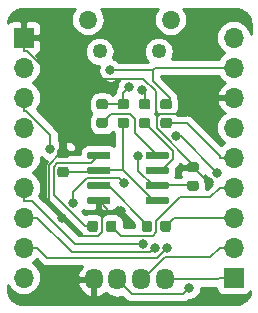
<source format=gbl>
G04 #@! TF.GenerationSoftware,KiCad,Pcbnew,(5.1.2)-1*
G04 #@! TF.CreationDate,2020-01-01T10:54:38+09:00*
G04 #@! TF.ProjectId,converter,636f6e76-6572-4746-9572-2e6b69636164,v1.0*
G04 #@! TF.SameCoordinates,Original*
G04 #@! TF.FileFunction,Copper,L2,Bot*
G04 #@! TF.FilePolarity,Positive*
%FSLAX46Y46*%
G04 Gerber Fmt 4.6, Leading zero omitted, Abs format (unit mm)*
G04 Created by KiCad (PCBNEW (5.1.2)-1) date 2020-01-01 10:54:38*
%MOMM*%
%LPD*%
G04 APERTURE LIST*
%ADD10C,0.100000*%
%ADD11C,0.875000*%
%ADD12O,1.250000X1.250000*%
%ADD13O,1.550000X1.550000*%
%ADD14C,0.600000*%
%ADD15O,1.524000X1.800000*%
%ADD16O,1.700000X1.700000*%
%ADD17R,1.700000X1.700000*%
%ADD18C,0.800000*%
%ADD19C,0.200000*%
%ADD20C,0.254000*%
G04 APERTURE END LIST*
D10*
G36*
X102677691Y-138888053D02*
G01*
X102698926Y-138891203D01*
X102719750Y-138896419D01*
X102739962Y-138903651D01*
X102759368Y-138912830D01*
X102777781Y-138923866D01*
X102795024Y-138936654D01*
X102810930Y-138951070D01*
X102825346Y-138966976D01*
X102838134Y-138984219D01*
X102849170Y-139002632D01*
X102858349Y-139022038D01*
X102865581Y-139042250D01*
X102870797Y-139063074D01*
X102873947Y-139084309D01*
X102875000Y-139105750D01*
X102875000Y-139543250D01*
X102873947Y-139564691D01*
X102870797Y-139585926D01*
X102865581Y-139606750D01*
X102858349Y-139626962D01*
X102849170Y-139646368D01*
X102838134Y-139664781D01*
X102825346Y-139682024D01*
X102810930Y-139697930D01*
X102795024Y-139712346D01*
X102777781Y-139725134D01*
X102759368Y-139736170D01*
X102739962Y-139745349D01*
X102719750Y-139752581D01*
X102698926Y-139757797D01*
X102677691Y-139760947D01*
X102656250Y-139762000D01*
X102143750Y-139762000D01*
X102122309Y-139760947D01*
X102101074Y-139757797D01*
X102080250Y-139752581D01*
X102060038Y-139745349D01*
X102040632Y-139736170D01*
X102022219Y-139725134D01*
X102004976Y-139712346D01*
X101989070Y-139697930D01*
X101974654Y-139682024D01*
X101961866Y-139664781D01*
X101950830Y-139646368D01*
X101941651Y-139626962D01*
X101934419Y-139606750D01*
X101929203Y-139585926D01*
X101926053Y-139564691D01*
X101925000Y-139543250D01*
X101925000Y-139105750D01*
X101926053Y-139084309D01*
X101929203Y-139063074D01*
X101934419Y-139042250D01*
X101941651Y-139022038D01*
X101950830Y-139002632D01*
X101961866Y-138984219D01*
X101974654Y-138966976D01*
X101989070Y-138951070D01*
X102004976Y-138936654D01*
X102022219Y-138923866D01*
X102040632Y-138912830D01*
X102060038Y-138903651D01*
X102080250Y-138896419D01*
X102101074Y-138891203D01*
X102122309Y-138888053D01*
X102143750Y-138887000D01*
X102656250Y-138887000D01*
X102677691Y-138888053D01*
X102677691Y-138888053D01*
G37*
D11*
X102400000Y-139324500D03*
D10*
G36*
X102677691Y-140463053D02*
G01*
X102698926Y-140466203D01*
X102719750Y-140471419D01*
X102739962Y-140478651D01*
X102759368Y-140487830D01*
X102777781Y-140498866D01*
X102795024Y-140511654D01*
X102810930Y-140526070D01*
X102825346Y-140541976D01*
X102838134Y-140559219D01*
X102849170Y-140577632D01*
X102858349Y-140597038D01*
X102865581Y-140617250D01*
X102870797Y-140638074D01*
X102873947Y-140659309D01*
X102875000Y-140680750D01*
X102875000Y-141118250D01*
X102873947Y-141139691D01*
X102870797Y-141160926D01*
X102865581Y-141181750D01*
X102858349Y-141201962D01*
X102849170Y-141221368D01*
X102838134Y-141239781D01*
X102825346Y-141257024D01*
X102810930Y-141272930D01*
X102795024Y-141287346D01*
X102777781Y-141300134D01*
X102759368Y-141311170D01*
X102739962Y-141320349D01*
X102719750Y-141327581D01*
X102698926Y-141332797D01*
X102677691Y-141335947D01*
X102656250Y-141337000D01*
X102143750Y-141337000D01*
X102122309Y-141335947D01*
X102101074Y-141332797D01*
X102080250Y-141327581D01*
X102060038Y-141320349D01*
X102040632Y-141311170D01*
X102022219Y-141300134D01*
X102004976Y-141287346D01*
X101989070Y-141272930D01*
X101974654Y-141257024D01*
X101961866Y-141239781D01*
X101950830Y-141221368D01*
X101941651Y-141201962D01*
X101934419Y-141181750D01*
X101929203Y-141160926D01*
X101926053Y-141139691D01*
X101925000Y-141118250D01*
X101925000Y-140680750D01*
X101926053Y-140659309D01*
X101929203Y-140638074D01*
X101934419Y-140617250D01*
X101941651Y-140597038D01*
X101950830Y-140577632D01*
X101961866Y-140559219D01*
X101974654Y-140541976D01*
X101989070Y-140526070D01*
X102004976Y-140511654D01*
X102022219Y-140498866D01*
X102040632Y-140487830D01*
X102060038Y-140478651D01*
X102080250Y-140471419D01*
X102101074Y-140466203D01*
X102122309Y-140463053D01*
X102143750Y-140462000D01*
X102656250Y-140462000D01*
X102677691Y-140463053D01*
X102677691Y-140463053D01*
G37*
D11*
X102400000Y-140899500D03*
D10*
G36*
X113677691Y-141639053D02*
G01*
X113698926Y-141642203D01*
X113719750Y-141647419D01*
X113739962Y-141654651D01*
X113759368Y-141663830D01*
X113777781Y-141674866D01*
X113795024Y-141687654D01*
X113810930Y-141702070D01*
X113825346Y-141717976D01*
X113838134Y-141735219D01*
X113849170Y-141753632D01*
X113858349Y-141773038D01*
X113865581Y-141793250D01*
X113870797Y-141814074D01*
X113873947Y-141835309D01*
X113875000Y-141856750D01*
X113875000Y-142294250D01*
X113873947Y-142315691D01*
X113870797Y-142336926D01*
X113865581Y-142357750D01*
X113858349Y-142377962D01*
X113849170Y-142397368D01*
X113838134Y-142415781D01*
X113825346Y-142433024D01*
X113810930Y-142448930D01*
X113795024Y-142463346D01*
X113777781Y-142476134D01*
X113759368Y-142487170D01*
X113739962Y-142496349D01*
X113719750Y-142503581D01*
X113698926Y-142508797D01*
X113677691Y-142511947D01*
X113656250Y-142513000D01*
X113143750Y-142513000D01*
X113122309Y-142511947D01*
X113101074Y-142508797D01*
X113080250Y-142503581D01*
X113060038Y-142496349D01*
X113040632Y-142487170D01*
X113022219Y-142476134D01*
X113004976Y-142463346D01*
X112989070Y-142448930D01*
X112974654Y-142433024D01*
X112961866Y-142415781D01*
X112950830Y-142397368D01*
X112941651Y-142377962D01*
X112934419Y-142357750D01*
X112929203Y-142336926D01*
X112926053Y-142315691D01*
X112925000Y-142294250D01*
X112925000Y-141856750D01*
X112926053Y-141835309D01*
X112929203Y-141814074D01*
X112934419Y-141793250D01*
X112941651Y-141773038D01*
X112950830Y-141753632D01*
X112961866Y-141735219D01*
X112974654Y-141717976D01*
X112989070Y-141702070D01*
X113004976Y-141687654D01*
X113022219Y-141674866D01*
X113040632Y-141663830D01*
X113060038Y-141654651D01*
X113080250Y-141647419D01*
X113101074Y-141642203D01*
X113122309Y-141639053D01*
X113143750Y-141638000D01*
X113656250Y-141638000D01*
X113677691Y-141639053D01*
X113677691Y-141639053D01*
G37*
D11*
X113400000Y-142075500D03*
D10*
G36*
X113677691Y-140064053D02*
G01*
X113698926Y-140067203D01*
X113719750Y-140072419D01*
X113739962Y-140079651D01*
X113759368Y-140088830D01*
X113777781Y-140099866D01*
X113795024Y-140112654D01*
X113810930Y-140127070D01*
X113825346Y-140142976D01*
X113838134Y-140160219D01*
X113849170Y-140178632D01*
X113858349Y-140198038D01*
X113865581Y-140218250D01*
X113870797Y-140239074D01*
X113873947Y-140260309D01*
X113875000Y-140281750D01*
X113875000Y-140719250D01*
X113873947Y-140740691D01*
X113870797Y-140761926D01*
X113865581Y-140782750D01*
X113858349Y-140802962D01*
X113849170Y-140822368D01*
X113838134Y-140840781D01*
X113825346Y-140858024D01*
X113810930Y-140873930D01*
X113795024Y-140888346D01*
X113777781Y-140901134D01*
X113759368Y-140912170D01*
X113739962Y-140921349D01*
X113719750Y-140928581D01*
X113698926Y-140933797D01*
X113677691Y-140936947D01*
X113656250Y-140938000D01*
X113143750Y-140938000D01*
X113122309Y-140936947D01*
X113101074Y-140933797D01*
X113080250Y-140928581D01*
X113060038Y-140921349D01*
X113040632Y-140912170D01*
X113022219Y-140901134D01*
X113004976Y-140888346D01*
X112989070Y-140873930D01*
X112974654Y-140858024D01*
X112961866Y-140840781D01*
X112950830Y-140822368D01*
X112941651Y-140802962D01*
X112934419Y-140782750D01*
X112929203Y-140761926D01*
X112926053Y-140740691D01*
X112925000Y-140719250D01*
X112925000Y-140281750D01*
X112926053Y-140260309D01*
X112929203Y-140239074D01*
X112934419Y-140218250D01*
X112941651Y-140198038D01*
X112950830Y-140178632D01*
X112961866Y-140160219D01*
X112974654Y-140142976D01*
X112989070Y-140127070D01*
X113004976Y-140112654D01*
X113022219Y-140099866D01*
X113040632Y-140088830D01*
X113060038Y-140079651D01*
X113080250Y-140072419D01*
X113101074Y-140067203D01*
X113122309Y-140064053D01*
X113143750Y-140063000D01*
X113656250Y-140063000D01*
X113677691Y-140064053D01*
X113677691Y-140064053D01*
G37*
D11*
X113400000Y-140500500D03*
D12*
X105500000Y-130700000D03*
X110500000Y-130700000D03*
D13*
X104500000Y-128000000D03*
X111500000Y-128000000D03*
D10*
G36*
X111315691Y-145026053D02*
G01*
X111336926Y-145029203D01*
X111357750Y-145034419D01*
X111377962Y-145041651D01*
X111397368Y-145050830D01*
X111415781Y-145061866D01*
X111433024Y-145074654D01*
X111448930Y-145089070D01*
X111463346Y-145104976D01*
X111476134Y-145122219D01*
X111487170Y-145140632D01*
X111496349Y-145160038D01*
X111503581Y-145180250D01*
X111508797Y-145201074D01*
X111511947Y-145222309D01*
X111513000Y-145243750D01*
X111513000Y-145756250D01*
X111511947Y-145777691D01*
X111508797Y-145798926D01*
X111503581Y-145819750D01*
X111496349Y-145839962D01*
X111487170Y-145859368D01*
X111476134Y-145877781D01*
X111463346Y-145895024D01*
X111448930Y-145910930D01*
X111433024Y-145925346D01*
X111415781Y-145938134D01*
X111397368Y-145949170D01*
X111377962Y-145958349D01*
X111357750Y-145965581D01*
X111336926Y-145970797D01*
X111315691Y-145973947D01*
X111294250Y-145975000D01*
X110856750Y-145975000D01*
X110835309Y-145973947D01*
X110814074Y-145970797D01*
X110793250Y-145965581D01*
X110773038Y-145958349D01*
X110753632Y-145949170D01*
X110735219Y-145938134D01*
X110717976Y-145925346D01*
X110702070Y-145910930D01*
X110687654Y-145895024D01*
X110674866Y-145877781D01*
X110663830Y-145859368D01*
X110654651Y-145839962D01*
X110647419Y-145819750D01*
X110642203Y-145798926D01*
X110639053Y-145777691D01*
X110638000Y-145756250D01*
X110638000Y-145243750D01*
X110639053Y-145222309D01*
X110642203Y-145201074D01*
X110647419Y-145180250D01*
X110654651Y-145160038D01*
X110663830Y-145140632D01*
X110674866Y-145122219D01*
X110687654Y-145104976D01*
X110702070Y-145089070D01*
X110717976Y-145074654D01*
X110735219Y-145061866D01*
X110753632Y-145050830D01*
X110773038Y-145041651D01*
X110793250Y-145034419D01*
X110814074Y-145029203D01*
X110835309Y-145026053D01*
X110856750Y-145025000D01*
X111294250Y-145025000D01*
X111315691Y-145026053D01*
X111315691Y-145026053D01*
G37*
D11*
X111075500Y-145500000D03*
D10*
G36*
X109740691Y-145026053D02*
G01*
X109761926Y-145029203D01*
X109782750Y-145034419D01*
X109802962Y-145041651D01*
X109822368Y-145050830D01*
X109840781Y-145061866D01*
X109858024Y-145074654D01*
X109873930Y-145089070D01*
X109888346Y-145104976D01*
X109901134Y-145122219D01*
X109912170Y-145140632D01*
X109921349Y-145160038D01*
X109928581Y-145180250D01*
X109933797Y-145201074D01*
X109936947Y-145222309D01*
X109938000Y-145243750D01*
X109938000Y-145756250D01*
X109936947Y-145777691D01*
X109933797Y-145798926D01*
X109928581Y-145819750D01*
X109921349Y-145839962D01*
X109912170Y-145859368D01*
X109901134Y-145877781D01*
X109888346Y-145895024D01*
X109873930Y-145910930D01*
X109858024Y-145925346D01*
X109840781Y-145938134D01*
X109822368Y-145949170D01*
X109802962Y-145958349D01*
X109782750Y-145965581D01*
X109761926Y-145970797D01*
X109740691Y-145973947D01*
X109719250Y-145975000D01*
X109281750Y-145975000D01*
X109260309Y-145973947D01*
X109239074Y-145970797D01*
X109218250Y-145965581D01*
X109198038Y-145958349D01*
X109178632Y-145949170D01*
X109160219Y-145938134D01*
X109142976Y-145925346D01*
X109127070Y-145910930D01*
X109112654Y-145895024D01*
X109099866Y-145877781D01*
X109088830Y-145859368D01*
X109079651Y-145839962D01*
X109072419Y-145819750D01*
X109067203Y-145798926D01*
X109064053Y-145777691D01*
X109063000Y-145756250D01*
X109063000Y-145243750D01*
X109064053Y-145222309D01*
X109067203Y-145201074D01*
X109072419Y-145180250D01*
X109079651Y-145160038D01*
X109088830Y-145140632D01*
X109099866Y-145122219D01*
X109112654Y-145104976D01*
X109127070Y-145089070D01*
X109142976Y-145074654D01*
X109160219Y-145061866D01*
X109178632Y-145050830D01*
X109198038Y-145041651D01*
X109218250Y-145034419D01*
X109239074Y-145029203D01*
X109260309Y-145026053D01*
X109281750Y-145025000D01*
X109719250Y-145025000D01*
X109740691Y-145026053D01*
X109740691Y-145026053D01*
G37*
D11*
X109500500Y-145500000D03*
D10*
G36*
X105140691Y-145026053D02*
G01*
X105161926Y-145029203D01*
X105182750Y-145034419D01*
X105202962Y-145041651D01*
X105222368Y-145050830D01*
X105240781Y-145061866D01*
X105258024Y-145074654D01*
X105273930Y-145089070D01*
X105288346Y-145104976D01*
X105301134Y-145122219D01*
X105312170Y-145140632D01*
X105321349Y-145160038D01*
X105328581Y-145180250D01*
X105333797Y-145201074D01*
X105336947Y-145222309D01*
X105338000Y-145243750D01*
X105338000Y-145756250D01*
X105336947Y-145777691D01*
X105333797Y-145798926D01*
X105328581Y-145819750D01*
X105321349Y-145839962D01*
X105312170Y-145859368D01*
X105301134Y-145877781D01*
X105288346Y-145895024D01*
X105273930Y-145910930D01*
X105258024Y-145925346D01*
X105240781Y-145938134D01*
X105222368Y-145949170D01*
X105202962Y-145958349D01*
X105182750Y-145965581D01*
X105161926Y-145970797D01*
X105140691Y-145973947D01*
X105119250Y-145975000D01*
X104681750Y-145975000D01*
X104660309Y-145973947D01*
X104639074Y-145970797D01*
X104618250Y-145965581D01*
X104598038Y-145958349D01*
X104578632Y-145949170D01*
X104560219Y-145938134D01*
X104542976Y-145925346D01*
X104527070Y-145910930D01*
X104512654Y-145895024D01*
X104499866Y-145877781D01*
X104488830Y-145859368D01*
X104479651Y-145839962D01*
X104472419Y-145819750D01*
X104467203Y-145798926D01*
X104464053Y-145777691D01*
X104463000Y-145756250D01*
X104463000Y-145243750D01*
X104464053Y-145222309D01*
X104467203Y-145201074D01*
X104472419Y-145180250D01*
X104479651Y-145160038D01*
X104488830Y-145140632D01*
X104499866Y-145122219D01*
X104512654Y-145104976D01*
X104527070Y-145089070D01*
X104542976Y-145074654D01*
X104560219Y-145061866D01*
X104578632Y-145050830D01*
X104598038Y-145041651D01*
X104618250Y-145034419D01*
X104639074Y-145029203D01*
X104660309Y-145026053D01*
X104681750Y-145025000D01*
X105119250Y-145025000D01*
X105140691Y-145026053D01*
X105140691Y-145026053D01*
G37*
D11*
X104900500Y-145500000D03*
D10*
G36*
X106715691Y-145026053D02*
G01*
X106736926Y-145029203D01*
X106757750Y-145034419D01*
X106777962Y-145041651D01*
X106797368Y-145050830D01*
X106815781Y-145061866D01*
X106833024Y-145074654D01*
X106848930Y-145089070D01*
X106863346Y-145104976D01*
X106876134Y-145122219D01*
X106887170Y-145140632D01*
X106896349Y-145160038D01*
X106903581Y-145180250D01*
X106908797Y-145201074D01*
X106911947Y-145222309D01*
X106913000Y-145243750D01*
X106913000Y-145756250D01*
X106911947Y-145777691D01*
X106908797Y-145798926D01*
X106903581Y-145819750D01*
X106896349Y-145839962D01*
X106887170Y-145859368D01*
X106876134Y-145877781D01*
X106863346Y-145895024D01*
X106848930Y-145910930D01*
X106833024Y-145925346D01*
X106815781Y-145938134D01*
X106797368Y-145949170D01*
X106777962Y-145958349D01*
X106757750Y-145965581D01*
X106736926Y-145970797D01*
X106715691Y-145973947D01*
X106694250Y-145975000D01*
X106256750Y-145975000D01*
X106235309Y-145973947D01*
X106214074Y-145970797D01*
X106193250Y-145965581D01*
X106173038Y-145958349D01*
X106153632Y-145949170D01*
X106135219Y-145938134D01*
X106117976Y-145925346D01*
X106102070Y-145910930D01*
X106087654Y-145895024D01*
X106074866Y-145877781D01*
X106063830Y-145859368D01*
X106054651Y-145839962D01*
X106047419Y-145819750D01*
X106042203Y-145798926D01*
X106039053Y-145777691D01*
X106038000Y-145756250D01*
X106038000Y-145243750D01*
X106039053Y-145222309D01*
X106042203Y-145201074D01*
X106047419Y-145180250D01*
X106054651Y-145160038D01*
X106063830Y-145140632D01*
X106074866Y-145122219D01*
X106087654Y-145104976D01*
X106102070Y-145089070D01*
X106117976Y-145074654D01*
X106135219Y-145061866D01*
X106153632Y-145050830D01*
X106173038Y-145041651D01*
X106193250Y-145034419D01*
X106214074Y-145029203D01*
X106235309Y-145026053D01*
X106256750Y-145025000D01*
X106694250Y-145025000D01*
X106715691Y-145026053D01*
X106715691Y-145026053D01*
G37*
D11*
X106475500Y-145500000D03*
D10*
G36*
X109577691Y-134738053D02*
G01*
X109598926Y-134741203D01*
X109619750Y-134746419D01*
X109639962Y-134753651D01*
X109659368Y-134762830D01*
X109677781Y-134773866D01*
X109695024Y-134786654D01*
X109710930Y-134801070D01*
X109725346Y-134816976D01*
X109738134Y-134834219D01*
X109749170Y-134852632D01*
X109758349Y-134872038D01*
X109765581Y-134892250D01*
X109770797Y-134913074D01*
X109773947Y-134934309D01*
X109775000Y-134955750D01*
X109775000Y-135393250D01*
X109773947Y-135414691D01*
X109770797Y-135435926D01*
X109765581Y-135456750D01*
X109758349Y-135476962D01*
X109749170Y-135496368D01*
X109738134Y-135514781D01*
X109725346Y-135532024D01*
X109710930Y-135547930D01*
X109695024Y-135562346D01*
X109677781Y-135575134D01*
X109659368Y-135586170D01*
X109639962Y-135595349D01*
X109619750Y-135602581D01*
X109598926Y-135607797D01*
X109577691Y-135610947D01*
X109556250Y-135612000D01*
X109043750Y-135612000D01*
X109022309Y-135610947D01*
X109001074Y-135607797D01*
X108980250Y-135602581D01*
X108960038Y-135595349D01*
X108940632Y-135586170D01*
X108922219Y-135575134D01*
X108904976Y-135562346D01*
X108889070Y-135547930D01*
X108874654Y-135532024D01*
X108861866Y-135514781D01*
X108850830Y-135496368D01*
X108841651Y-135476962D01*
X108834419Y-135456750D01*
X108829203Y-135435926D01*
X108826053Y-135414691D01*
X108825000Y-135393250D01*
X108825000Y-134955750D01*
X108826053Y-134934309D01*
X108829203Y-134913074D01*
X108834419Y-134892250D01*
X108841651Y-134872038D01*
X108850830Y-134852632D01*
X108861866Y-134834219D01*
X108874654Y-134816976D01*
X108889070Y-134801070D01*
X108904976Y-134786654D01*
X108922219Y-134773866D01*
X108940632Y-134762830D01*
X108960038Y-134753651D01*
X108980250Y-134746419D01*
X109001074Y-134741203D01*
X109022309Y-134738053D01*
X109043750Y-134737000D01*
X109556250Y-134737000D01*
X109577691Y-134738053D01*
X109577691Y-134738053D01*
G37*
D11*
X109300000Y-135174500D03*
D10*
G36*
X109577691Y-136313053D02*
G01*
X109598926Y-136316203D01*
X109619750Y-136321419D01*
X109639962Y-136328651D01*
X109659368Y-136337830D01*
X109677781Y-136348866D01*
X109695024Y-136361654D01*
X109710930Y-136376070D01*
X109725346Y-136391976D01*
X109738134Y-136409219D01*
X109749170Y-136427632D01*
X109758349Y-136447038D01*
X109765581Y-136467250D01*
X109770797Y-136488074D01*
X109773947Y-136509309D01*
X109775000Y-136530750D01*
X109775000Y-136968250D01*
X109773947Y-136989691D01*
X109770797Y-137010926D01*
X109765581Y-137031750D01*
X109758349Y-137051962D01*
X109749170Y-137071368D01*
X109738134Y-137089781D01*
X109725346Y-137107024D01*
X109710930Y-137122930D01*
X109695024Y-137137346D01*
X109677781Y-137150134D01*
X109659368Y-137161170D01*
X109639962Y-137170349D01*
X109619750Y-137177581D01*
X109598926Y-137182797D01*
X109577691Y-137185947D01*
X109556250Y-137187000D01*
X109043750Y-137187000D01*
X109022309Y-137185947D01*
X109001074Y-137182797D01*
X108980250Y-137177581D01*
X108960038Y-137170349D01*
X108940632Y-137161170D01*
X108922219Y-137150134D01*
X108904976Y-137137346D01*
X108889070Y-137122930D01*
X108874654Y-137107024D01*
X108861866Y-137089781D01*
X108850830Y-137071368D01*
X108841651Y-137051962D01*
X108834419Y-137031750D01*
X108829203Y-137010926D01*
X108826053Y-136989691D01*
X108825000Y-136968250D01*
X108825000Y-136530750D01*
X108826053Y-136509309D01*
X108829203Y-136488074D01*
X108834419Y-136467250D01*
X108841651Y-136447038D01*
X108850830Y-136427632D01*
X108861866Y-136409219D01*
X108874654Y-136391976D01*
X108889070Y-136376070D01*
X108904976Y-136361654D01*
X108922219Y-136348866D01*
X108940632Y-136337830D01*
X108960038Y-136328651D01*
X108980250Y-136321419D01*
X109001074Y-136316203D01*
X109022309Y-136313053D01*
X109043750Y-136312000D01*
X109556250Y-136312000D01*
X109577691Y-136313053D01*
X109577691Y-136313053D01*
G37*
D11*
X109300000Y-136749500D03*
D10*
G36*
X105977691Y-136301053D02*
G01*
X105998926Y-136304203D01*
X106019750Y-136309419D01*
X106039962Y-136316651D01*
X106059368Y-136325830D01*
X106077781Y-136336866D01*
X106095024Y-136349654D01*
X106110930Y-136364070D01*
X106125346Y-136379976D01*
X106138134Y-136397219D01*
X106149170Y-136415632D01*
X106158349Y-136435038D01*
X106165581Y-136455250D01*
X106170797Y-136476074D01*
X106173947Y-136497309D01*
X106175000Y-136518750D01*
X106175000Y-136956250D01*
X106173947Y-136977691D01*
X106170797Y-136998926D01*
X106165581Y-137019750D01*
X106158349Y-137039962D01*
X106149170Y-137059368D01*
X106138134Y-137077781D01*
X106125346Y-137095024D01*
X106110930Y-137110930D01*
X106095024Y-137125346D01*
X106077781Y-137138134D01*
X106059368Y-137149170D01*
X106039962Y-137158349D01*
X106019750Y-137165581D01*
X105998926Y-137170797D01*
X105977691Y-137173947D01*
X105956250Y-137175000D01*
X105443750Y-137175000D01*
X105422309Y-137173947D01*
X105401074Y-137170797D01*
X105380250Y-137165581D01*
X105360038Y-137158349D01*
X105340632Y-137149170D01*
X105322219Y-137138134D01*
X105304976Y-137125346D01*
X105289070Y-137110930D01*
X105274654Y-137095024D01*
X105261866Y-137077781D01*
X105250830Y-137059368D01*
X105241651Y-137039962D01*
X105234419Y-137019750D01*
X105229203Y-136998926D01*
X105226053Y-136977691D01*
X105225000Y-136956250D01*
X105225000Y-136518750D01*
X105226053Y-136497309D01*
X105229203Y-136476074D01*
X105234419Y-136455250D01*
X105241651Y-136435038D01*
X105250830Y-136415632D01*
X105261866Y-136397219D01*
X105274654Y-136379976D01*
X105289070Y-136364070D01*
X105304976Y-136349654D01*
X105322219Y-136336866D01*
X105340632Y-136325830D01*
X105360038Y-136316651D01*
X105380250Y-136309419D01*
X105401074Y-136304203D01*
X105422309Y-136301053D01*
X105443750Y-136300000D01*
X105956250Y-136300000D01*
X105977691Y-136301053D01*
X105977691Y-136301053D01*
G37*
D11*
X105700000Y-136737500D03*
D10*
G36*
X105977691Y-134726053D02*
G01*
X105998926Y-134729203D01*
X106019750Y-134734419D01*
X106039962Y-134741651D01*
X106059368Y-134750830D01*
X106077781Y-134761866D01*
X106095024Y-134774654D01*
X106110930Y-134789070D01*
X106125346Y-134804976D01*
X106138134Y-134822219D01*
X106149170Y-134840632D01*
X106158349Y-134860038D01*
X106165581Y-134880250D01*
X106170797Y-134901074D01*
X106173947Y-134922309D01*
X106175000Y-134943750D01*
X106175000Y-135381250D01*
X106173947Y-135402691D01*
X106170797Y-135423926D01*
X106165581Y-135444750D01*
X106158349Y-135464962D01*
X106149170Y-135484368D01*
X106138134Y-135502781D01*
X106125346Y-135520024D01*
X106110930Y-135535930D01*
X106095024Y-135550346D01*
X106077781Y-135563134D01*
X106059368Y-135574170D01*
X106039962Y-135583349D01*
X106019750Y-135590581D01*
X105998926Y-135595797D01*
X105977691Y-135598947D01*
X105956250Y-135600000D01*
X105443750Y-135600000D01*
X105422309Y-135598947D01*
X105401074Y-135595797D01*
X105380250Y-135590581D01*
X105360038Y-135583349D01*
X105340632Y-135574170D01*
X105322219Y-135563134D01*
X105304976Y-135550346D01*
X105289070Y-135535930D01*
X105274654Y-135520024D01*
X105261866Y-135502781D01*
X105250830Y-135484368D01*
X105241651Y-135464962D01*
X105234419Y-135444750D01*
X105229203Y-135423926D01*
X105226053Y-135402691D01*
X105225000Y-135381250D01*
X105225000Y-134943750D01*
X105226053Y-134922309D01*
X105229203Y-134901074D01*
X105234419Y-134880250D01*
X105241651Y-134860038D01*
X105250830Y-134840632D01*
X105261866Y-134822219D01*
X105274654Y-134804976D01*
X105289070Y-134789070D01*
X105304976Y-134774654D01*
X105322219Y-134761866D01*
X105340632Y-134750830D01*
X105360038Y-134741651D01*
X105380250Y-134734419D01*
X105401074Y-134729203D01*
X105422309Y-134726053D01*
X105443750Y-134725000D01*
X105956250Y-134725000D01*
X105977691Y-134726053D01*
X105977691Y-134726053D01*
G37*
D11*
X105700000Y-135162500D03*
D10*
G36*
X107777691Y-134726053D02*
G01*
X107798926Y-134729203D01*
X107819750Y-134734419D01*
X107839962Y-134741651D01*
X107859368Y-134750830D01*
X107877781Y-134761866D01*
X107895024Y-134774654D01*
X107910930Y-134789070D01*
X107925346Y-134804976D01*
X107938134Y-134822219D01*
X107949170Y-134840632D01*
X107958349Y-134860038D01*
X107965581Y-134880250D01*
X107970797Y-134901074D01*
X107973947Y-134922309D01*
X107975000Y-134943750D01*
X107975000Y-135381250D01*
X107973947Y-135402691D01*
X107970797Y-135423926D01*
X107965581Y-135444750D01*
X107958349Y-135464962D01*
X107949170Y-135484368D01*
X107938134Y-135502781D01*
X107925346Y-135520024D01*
X107910930Y-135535930D01*
X107895024Y-135550346D01*
X107877781Y-135563134D01*
X107859368Y-135574170D01*
X107839962Y-135583349D01*
X107819750Y-135590581D01*
X107798926Y-135595797D01*
X107777691Y-135598947D01*
X107756250Y-135600000D01*
X107243750Y-135600000D01*
X107222309Y-135598947D01*
X107201074Y-135595797D01*
X107180250Y-135590581D01*
X107160038Y-135583349D01*
X107140632Y-135574170D01*
X107122219Y-135563134D01*
X107104976Y-135550346D01*
X107089070Y-135535930D01*
X107074654Y-135520024D01*
X107061866Y-135502781D01*
X107050830Y-135484368D01*
X107041651Y-135464962D01*
X107034419Y-135444750D01*
X107029203Y-135423926D01*
X107026053Y-135402691D01*
X107025000Y-135381250D01*
X107025000Y-134943750D01*
X107026053Y-134922309D01*
X107029203Y-134901074D01*
X107034419Y-134880250D01*
X107041651Y-134860038D01*
X107050830Y-134840632D01*
X107061866Y-134822219D01*
X107074654Y-134804976D01*
X107089070Y-134789070D01*
X107104976Y-134774654D01*
X107122219Y-134761866D01*
X107140632Y-134750830D01*
X107160038Y-134741651D01*
X107180250Y-134734419D01*
X107201074Y-134729203D01*
X107222309Y-134726053D01*
X107243750Y-134725000D01*
X107756250Y-134725000D01*
X107777691Y-134726053D01*
X107777691Y-134726053D01*
G37*
D11*
X107500000Y-135162500D03*
D10*
G36*
X107777691Y-136301053D02*
G01*
X107798926Y-136304203D01*
X107819750Y-136309419D01*
X107839962Y-136316651D01*
X107859368Y-136325830D01*
X107877781Y-136336866D01*
X107895024Y-136349654D01*
X107910930Y-136364070D01*
X107925346Y-136379976D01*
X107938134Y-136397219D01*
X107949170Y-136415632D01*
X107958349Y-136435038D01*
X107965581Y-136455250D01*
X107970797Y-136476074D01*
X107973947Y-136497309D01*
X107975000Y-136518750D01*
X107975000Y-136956250D01*
X107973947Y-136977691D01*
X107970797Y-136998926D01*
X107965581Y-137019750D01*
X107958349Y-137039962D01*
X107949170Y-137059368D01*
X107938134Y-137077781D01*
X107925346Y-137095024D01*
X107910930Y-137110930D01*
X107895024Y-137125346D01*
X107877781Y-137138134D01*
X107859368Y-137149170D01*
X107839962Y-137158349D01*
X107819750Y-137165581D01*
X107798926Y-137170797D01*
X107777691Y-137173947D01*
X107756250Y-137175000D01*
X107243750Y-137175000D01*
X107222309Y-137173947D01*
X107201074Y-137170797D01*
X107180250Y-137165581D01*
X107160038Y-137158349D01*
X107140632Y-137149170D01*
X107122219Y-137138134D01*
X107104976Y-137125346D01*
X107089070Y-137110930D01*
X107074654Y-137095024D01*
X107061866Y-137077781D01*
X107050830Y-137059368D01*
X107041651Y-137039962D01*
X107034419Y-137019750D01*
X107029203Y-136998926D01*
X107026053Y-136977691D01*
X107025000Y-136956250D01*
X107025000Y-136518750D01*
X107026053Y-136497309D01*
X107029203Y-136476074D01*
X107034419Y-136455250D01*
X107041651Y-136435038D01*
X107050830Y-136415632D01*
X107061866Y-136397219D01*
X107074654Y-136379976D01*
X107089070Y-136364070D01*
X107104976Y-136349654D01*
X107122219Y-136336866D01*
X107140632Y-136325830D01*
X107160038Y-136316651D01*
X107180250Y-136309419D01*
X107201074Y-136304203D01*
X107222309Y-136301053D01*
X107243750Y-136300000D01*
X107756250Y-136300000D01*
X107777691Y-136301053D01*
X107777691Y-136301053D01*
G37*
D11*
X107500000Y-136737500D03*
D10*
G36*
X106264703Y-143005722D02*
G01*
X106279264Y-143007882D01*
X106293543Y-143011459D01*
X106307403Y-143016418D01*
X106320710Y-143022712D01*
X106333336Y-143030280D01*
X106345159Y-143039048D01*
X106356066Y-143048934D01*
X106365952Y-143059841D01*
X106374720Y-143071664D01*
X106382288Y-143084290D01*
X106388582Y-143097597D01*
X106393541Y-143111457D01*
X106397118Y-143125736D01*
X106399278Y-143140297D01*
X106400000Y-143155000D01*
X106400000Y-143455000D01*
X106399278Y-143469703D01*
X106397118Y-143484264D01*
X106393541Y-143498543D01*
X106388582Y-143512403D01*
X106382288Y-143525710D01*
X106374720Y-143538336D01*
X106365952Y-143550159D01*
X106356066Y-143561066D01*
X106345159Y-143570952D01*
X106333336Y-143579720D01*
X106320710Y-143587288D01*
X106307403Y-143593582D01*
X106293543Y-143598541D01*
X106279264Y-143602118D01*
X106264703Y-143604278D01*
X106250000Y-143605000D01*
X104600000Y-143605000D01*
X104585297Y-143604278D01*
X104570736Y-143602118D01*
X104556457Y-143598541D01*
X104542597Y-143593582D01*
X104529290Y-143587288D01*
X104516664Y-143579720D01*
X104504841Y-143570952D01*
X104493934Y-143561066D01*
X104484048Y-143550159D01*
X104475280Y-143538336D01*
X104467712Y-143525710D01*
X104461418Y-143512403D01*
X104456459Y-143498543D01*
X104452882Y-143484264D01*
X104450722Y-143469703D01*
X104450000Y-143455000D01*
X104450000Y-143155000D01*
X104450722Y-143140297D01*
X104452882Y-143125736D01*
X104456459Y-143111457D01*
X104461418Y-143097597D01*
X104467712Y-143084290D01*
X104475280Y-143071664D01*
X104484048Y-143059841D01*
X104493934Y-143048934D01*
X104504841Y-143039048D01*
X104516664Y-143030280D01*
X104529290Y-143022712D01*
X104542597Y-143016418D01*
X104556457Y-143011459D01*
X104570736Y-143007882D01*
X104585297Y-143005722D01*
X104600000Y-143005000D01*
X106250000Y-143005000D01*
X106264703Y-143005722D01*
X106264703Y-143005722D01*
G37*
D14*
X105425000Y-143305000D03*
D10*
G36*
X106264703Y-141735722D02*
G01*
X106279264Y-141737882D01*
X106293543Y-141741459D01*
X106307403Y-141746418D01*
X106320710Y-141752712D01*
X106333336Y-141760280D01*
X106345159Y-141769048D01*
X106356066Y-141778934D01*
X106365952Y-141789841D01*
X106374720Y-141801664D01*
X106382288Y-141814290D01*
X106388582Y-141827597D01*
X106393541Y-141841457D01*
X106397118Y-141855736D01*
X106399278Y-141870297D01*
X106400000Y-141885000D01*
X106400000Y-142185000D01*
X106399278Y-142199703D01*
X106397118Y-142214264D01*
X106393541Y-142228543D01*
X106388582Y-142242403D01*
X106382288Y-142255710D01*
X106374720Y-142268336D01*
X106365952Y-142280159D01*
X106356066Y-142291066D01*
X106345159Y-142300952D01*
X106333336Y-142309720D01*
X106320710Y-142317288D01*
X106307403Y-142323582D01*
X106293543Y-142328541D01*
X106279264Y-142332118D01*
X106264703Y-142334278D01*
X106250000Y-142335000D01*
X104600000Y-142335000D01*
X104585297Y-142334278D01*
X104570736Y-142332118D01*
X104556457Y-142328541D01*
X104542597Y-142323582D01*
X104529290Y-142317288D01*
X104516664Y-142309720D01*
X104504841Y-142300952D01*
X104493934Y-142291066D01*
X104484048Y-142280159D01*
X104475280Y-142268336D01*
X104467712Y-142255710D01*
X104461418Y-142242403D01*
X104456459Y-142228543D01*
X104452882Y-142214264D01*
X104450722Y-142199703D01*
X104450000Y-142185000D01*
X104450000Y-141885000D01*
X104450722Y-141870297D01*
X104452882Y-141855736D01*
X104456459Y-141841457D01*
X104461418Y-141827597D01*
X104467712Y-141814290D01*
X104475280Y-141801664D01*
X104484048Y-141789841D01*
X104493934Y-141778934D01*
X104504841Y-141769048D01*
X104516664Y-141760280D01*
X104529290Y-141752712D01*
X104542597Y-141746418D01*
X104556457Y-141741459D01*
X104570736Y-141737882D01*
X104585297Y-141735722D01*
X104600000Y-141735000D01*
X106250000Y-141735000D01*
X106264703Y-141735722D01*
X106264703Y-141735722D01*
G37*
D14*
X105425000Y-142035000D03*
D10*
G36*
X106264703Y-140465722D02*
G01*
X106279264Y-140467882D01*
X106293543Y-140471459D01*
X106307403Y-140476418D01*
X106320710Y-140482712D01*
X106333336Y-140490280D01*
X106345159Y-140499048D01*
X106356066Y-140508934D01*
X106365952Y-140519841D01*
X106374720Y-140531664D01*
X106382288Y-140544290D01*
X106388582Y-140557597D01*
X106393541Y-140571457D01*
X106397118Y-140585736D01*
X106399278Y-140600297D01*
X106400000Y-140615000D01*
X106400000Y-140915000D01*
X106399278Y-140929703D01*
X106397118Y-140944264D01*
X106393541Y-140958543D01*
X106388582Y-140972403D01*
X106382288Y-140985710D01*
X106374720Y-140998336D01*
X106365952Y-141010159D01*
X106356066Y-141021066D01*
X106345159Y-141030952D01*
X106333336Y-141039720D01*
X106320710Y-141047288D01*
X106307403Y-141053582D01*
X106293543Y-141058541D01*
X106279264Y-141062118D01*
X106264703Y-141064278D01*
X106250000Y-141065000D01*
X104600000Y-141065000D01*
X104585297Y-141064278D01*
X104570736Y-141062118D01*
X104556457Y-141058541D01*
X104542597Y-141053582D01*
X104529290Y-141047288D01*
X104516664Y-141039720D01*
X104504841Y-141030952D01*
X104493934Y-141021066D01*
X104484048Y-141010159D01*
X104475280Y-140998336D01*
X104467712Y-140985710D01*
X104461418Y-140972403D01*
X104456459Y-140958543D01*
X104452882Y-140944264D01*
X104450722Y-140929703D01*
X104450000Y-140915000D01*
X104450000Y-140615000D01*
X104450722Y-140600297D01*
X104452882Y-140585736D01*
X104456459Y-140571457D01*
X104461418Y-140557597D01*
X104467712Y-140544290D01*
X104475280Y-140531664D01*
X104484048Y-140519841D01*
X104493934Y-140508934D01*
X104504841Y-140499048D01*
X104516664Y-140490280D01*
X104529290Y-140482712D01*
X104542597Y-140476418D01*
X104556457Y-140471459D01*
X104570736Y-140467882D01*
X104585297Y-140465722D01*
X104600000Y-140465000D01*
X106250000Y-140465000D01*
X106264703Y-140465722D01*
X106264703Y-140465722D01*
G37*
D14*
X105425000Y-140765000D03*
D10*
G36*
X106264703Y-139195722D02*
G01*
X106279264Y-139197882D01*
X106293543Y-139201459D01*
X106307403Y-139206418D01*
X106320710Y-139212712D01*
X106333336Y-139220280D01*
X106345159Y-139229048D01*
X106356066Y-139238934D01*
X106365952Y-139249841D01*
X106374720Y-139261664D01*
X106382288Y-139274290D01*
X106388582Y-139287597D01*
X106393541Y-139301457D01*
X106397118Y-139315736D01*
X106399278Y-139330297D01*
X106400000Y-139345000D01*
X106400000Y-139645000D01*
X106399278Y-139659703D01*
X106397118Y-139674264D01*
X106393541Y-139688543D01*
X106388582Y-139702403D01*
X106382288Y-139715710D01*
X106374720Y-139728336D01*
X106365952Y-139740159D01*
X106356066Y-139751066D01*
X106345159Y-139760952D01*
X106333336Y-139769720D01*
X106320710Y-139777288D01*
X106307403Y-139783582D01*
X106293543Y-139788541D01*
X106279264Y-139792118D01*
X106264703Y-139794278D01*
X106250000Y-139795000D01*
X104600000Y-139795000D01*
X104585297Y-139794278D01*
X104570736Y-139792118D01*
X104556457Y-139788541D01*
X104542597Y-139783582D01*
X104529290Y-139777288D01*
X104516664Y-139769720D01*
X104504841Y-139760952D01*
X104493934Y-139751066D01*
X104484048Y-139740159D01*
X104475280Y-139728336D01*
X104467712Y-139715710D01*
X104461418Y-139702403D01*
X104456459Y-139688543D01*
X104452882Y-139674264D01*
X104450722Y-139659703D01*
X104450000Y-139645000D01*
X104450000Y-139345000D01*
X104450722Y-139330297D01*
X104452882Y-139315736D01*
X104456459Y-139301457D01*
X104461418Y-139287597D01*
X104467712Y-139274290D01*
X104475280Y-139261664D01*
X104484048Y-139249841D01*
X104493934Y-139238934D01*
X104504841Y-139229048D01*
X104516664Y-139220280D01*
X104529290Y-139212712D01*
X104542597Y-139206418D01*
X104556457Y-139201459D01*
X104570736Y-139197882D01*
X104585297Y-139195722D01*
X104600000Y-139195000D01*
X106250000Y-139195000D01*
X106264703Y-139195722D01*
X106264703Y-139195722D01*
G37*
D14*
X105425000Y-139495000D03*
D10*
G36*
X111214703Y-139195722D02*
G01*
X111229264Y-139197882D01*
X111243543Y-139201459D01*
X111257403Y-139206418D01*
X111270710Y-139212712D01*
X111283336Y-139220280D01*
X111295159Y-139229048D01*
X111306066Y-139238934D01*
X111315952Y-139249841D01*
X111324720Y-139261664D01*
X111332288Y-139274290D01*
X111338582Y-139287597D01*
X111343541Y-139301457D01*
X111347118Y-139315736D01*
X111349278Y-139330297D01*
X111350000Y-139345000D01*
X111350000Y-139645000D01*
X111349278Y-139659703D01*
X111347118Y-139674264D01*
X111343541Y-139688543D01*
X111338582Y-139702403D01*
X111332288Y-139715710D01*
X111324720Y-139728336D01*
X111315952Y-139740159D01*
X111306066Y-139751066D01*
X111295159Y-139760952D01*
X111283336Y-139769720D01*
X111270710Y-139777288D01*
X111257403Y-139783582D01*
X111243543Y-139788541D01*
X111229264Y-139792118D01*
X111214703Y-139794278D01*
X111200000Y-139795000D01*
X109550000Y-139795000D01*
X109535297Y-139794278D01*
X109520736Y-139792118D01*
X109506457Y-139788541D01*
X109492597Y-139783582D01*
X109479290Y-139777288D01*
X109466664Y-139769720D01*
X109454841Y-139760952D01*
X109443934Y-139751066D01*
X109434048Y-139740159D01*
X109425280Y-139728336D01*
X109417712Y-139715710D01*
X109411418Y-139702403D01*
X109406459Y-139688543D01*
X109402882Y-139674264D01*
X109400722Y-139659703D01*
X109400000Y-139645000D01*
X109400000Y-139345000D01*
X109400722Y-139330297D01*
X109402882Y-139315736D01*
X109406459Y-139301457D01*
X109411418Y-139287597D01*
X109417712Y-139274290D01*
X109425280Y-139261664D01*
X109434048Y-139249841D01*
X109443934Y-139238934D01*
X109454841Y-139229048D01*
X109466664Y-139220280D01*
X109479290Y-139212712D01*
X109492597Y-139206418D01*
X109506457Y-139201459D01*
X109520736Y-139197882D01*
X109535297Y-139195722D01*
X109550000Y-139195000D01*
X111200000Y-139195000D01*
X111214703Y-139195722D01*
X111214703Y-139195722D01*
G37*
D14*
X110375000Y-139495000D03*
D10*
G36*
X111214703Y-140465722D02*
G01*
X111229264Y-140467882D01*
X111243543Y-140471459D01*
X111257403Y-140476418D01*
X111270710Y-140482712D01*
X111283336Y-140490280D01*
X111295159Y-140499048D01*
X111306066Y-140508934D01*
X111315952Y-140519841D01*
X111324720Y-140531664D01*
X111332288Y-140544290D01*
X111338582Y-140557597D01*
X111343541Y-140571457D01*
X111347118Y-140585736D01*
X111349278Y-140600297D01*
X111350000Y-140615000D01*
X111350000Y-140915000D01*
X111349278Y-140929703D01*
X111347118Y-140944264D01*
X111343541Y-140958543D01*
X111338582Y-140972403D01*
X111332288Y-140985710D01*
X111324720Y-140998336D01*
X111315952Y-141010159D01*
X111306066Y-141021066D01*
X111295159Y-141030952D01*
X111283336Y-141039720D01*
X111270710Y-141047288D01*
X111257403Y-141053582D01*
X111243543Y-141058541D01*
X111229264Y-141062118D01*
X111214703Y-141064278D01*
X111200000Y-141065000D01*
X109550000Y-141065000D01*
X109535297Y-141064278D01*
X109520736Y-141062118D01*
X109506457Y-141058541D01*
X109492597Y-141053582D01*
X109479290Y-141047288D01*
X109466664Y-141039720D01*
X109454841Y-141030952D01*
X109443934Y-141021066D01*
X109434048Y-141010159D01*
X109425280Y-140998336D01*
X109417712Y-140985710D01*
X109411418Y-140972403D01*
X109406459Y-140958543D01*
X109402882Y-140944264D01*
X109400722Y-140929703D01*
X109400000Y-140915000D01*
X109400000Y-140615000D01*
X109400722Y-140600297D01*
X109402882Y-140585736D01*
X109406459Y-140571457D01*
X109411418Y-140557597D01*
X109417712Y-140544290D01*
X109425280Y-140531664D01*
X109434048Y-140519841D01*
X109443934Y-140508934D01*
X109454841Y-140499048D01*
X109466664Y-140490280D01*
X109479290Y-140482712D01*
X109492597Y-140476418D01*
X109506457Y-140471459D01*
X109520736Y-140467882D01*
X109535297Y-140465722D01*
X109550000Y-140465000D01*
X111200000Y-140465000D01*
X111214703Y-140465722D01*
X111214703Y-140465722D01*
G37*
D14*
X110375000Y-140765000D03*
D10*
G36*
X111214703Y-141735722D02*
G01*
X111229264Y-141737882D01*
X111243543Y-141741459D01*
X111257403Y-141746418D01*
X111270710Y-141752712D01*
X111283336Y-141760280D01*
X111295159Y-141769048D01*
X111306066Y-141778934D01*
X111315952Y-141789841D01*
X111324720Y-141801664D01*
X111332288Y-141814290D01*
X111338582Y-141827597D01*
X111343541Y-141841457D01*
X111347118Y-141855736D01*
X111349278Y-141870297D01*
X111350000Y-141885000D01*
X111350000Y-142185000D01*
X111349278Y-142199703D01*
X111347118Y-142214264D01*
X111343541Y-142228543D01*
X111338582Y-142242403D01*
X111332288Y-142255710D01*
X111324720Y-142268336D01*
X111315952Y-142280159D01*
X111306066Y-142291066D01*
X111295159Y-142300952D01*
X111283336Y-142309720D01*
X111270710Y-142317288D01*
X111257403Y-142323582D01*
X111243543Y-142328541D01*
X111229264Y-142332118D01*
X111214703Y-142334278D01*
X111200000Y-142335000D01*
X109550000Y-142335000D01*
X109535297Y-142334278D01*
X109520736Y-142332118D01*
X109506457Y-142328541D01*
X109492597Y-142323582D01*
X109479290Y-142317288D01*
X109466664Y-142309720D01*
X109454841Y-142300952D01*
X109443934Y-142291066D01*
X109434048Y-142280159D01*
X109425280Y-142268336D01*
X109417712Y-142255710D01*
X109411418Y-142242403D01*
X109406459Y-142228543D01*
X109402882Y-142214264D01*
X109400722Y-142199703D01*
X109400000Y-142185000D01*
X109400000Y-141885000D01*
X109400722Y-141870297D01*
X109402882Y-141855736D01*
X109406459Y-141841457D01*
X109411418Y-141827597D01*
X109417712Y-141814290D01*
X109425280Y-141801664D01*
X109434048Y-141789841D01*
X109443934Y-141778934D01*
X109454841Y-141769048D01*
X109466664Y-141760280D01*
X109479290Y-141752712D01*
X109492597Y-141746418D01*
X109506457Y-141741459D01*
X109520736Y-141737882D01*
X109535297Y-141735722D01*
X109550000Y-141735000D01*
X111200000Y-141735000D01*
X111214703Y-141735722D01*
X111214703Y-141735722D01*
G37*
D14*
X110375000Y-142035000D03*
D10*
G36*
X111214703Y-143005722D02*
G01*
X111229264Y-143007882D01*
X111243543Y-143011459D01*
X111257403Y-143016418D01*
X111270710Y-143022712D01*
X111283336Y-143030280D01*
X111295159Y-143039048D01*
X111306066Y-143048934D01*
X111315952Y-143059841D01*
X111324720Y-143071664D01*
X111332288Y-143084290D01*
X111338582Y-143097597D01*
X111343541Y-143111457D01*
X111347118Y-143125736D01*
X111349278Y-143140297D01*
X111350000Y-143155000D01*
X111350000Y-143455000D01*
X111349278Y-143469703D01*
X111347118Y-143484264D01*
X111343541Y-143498543D01*
X111338582Y-143512403D01*
X111332288Y-143525710D01*
X111324720Y-143538336D01*
X111315952Y-143550159D01*
X111306066Y-143561066D01*
X111295159Y-143570952D01*
X111283336Y-143579720D01*
X111270710Y-143587288D01*
X111257403Y-143593582D01*
X111243543Y-143598541D01*
X111229264Y-143602118D01*
X111214703Y-143604278D01*
X111200000Y-143605000D01*
X109550000Y-143605000D01*
X109535297Y-143604278D01*
X109520736Y-143602118D01*
X109506457Y-143598541D01*
X109492597Y-143593582D01*
X109479290Y-143587288D01*
X109466664Y-143579720D01*
X109454841Y-143570952D01*
X109443934Y-143561066D01*
X109434048Y-143550159D01*
X109425280Y-143538336D01*
X109417712Y-143525710D01*
X109411418Y-143512403D01*
X109406459Y-143498543D01*
X109402882Y-143484264D01*
X109400722Y-143469703D01*
X109400000Y-143455000D01*
X109400000Y-143155000D01*
X109400722Y-143140297D01*
X109402882Y-143125736D01*
X109406459Y-143111457D01*
X109411418Y-143097597D01*
X109417712Y-143084290D01*
X109425280Y-143071664D01*
X109434048Y-143059841D01*
X109443934Y-143048934D01*
X109454841Y-143039048D01*
X109466664Y-143030280D01*
X109479290Y-143022712D01*
X109492597Y-143016418D01*
X109506457Y-143011459D01*
X109520736Y-143007882D01*
X109535297Y-143005722D01*
X109550000Y-143005000D01*
X111200000Y-143005000D01*
X111214703Y-143005722D01*
X111214703Y-143005722D01*
G37*
D14*
X110375000Y-143305000D03*
D15*
X111000000Y-150000000D03*
X109000000Y-150000000D03*
X107000000Y-150000000D03*
X105000000Y-150000000D03*
D16*
X99060000Y-149860000D03*
X99060000Y-147320000D03*
X99060000Y-144780000D03*
X99060000Y-142240000D03*
X99060000Y-139700000D03*
X99060000Y-137160000D03*
X99060000Y-134620000D03*
X99060000Y-132080000D03*
D17*
X99060000Y-129540000D03*
X116840000Y-149860000D03*
D16*
X116840000Y-147320000D03*
X116840000Y-144780000D03*
X116840000Y-142240000D03*
X116840000Y-139700000D03*
X116840000Y-137160000D03*
X116840000Y-134620000D03*
X116840000Y-132080000D03*
X116840000Y-129540000D03*
D10*
G36*
X111397691Y-136308553D02*
G01*
X111418926Y-136311703D01*
X111439750Y-136316919D01*
X111459962Y-136324151D01*
X111479368Y-136333330D01*
X111497781Y-136344366D01*
X111515024Y-136357154D01*
X111530930Y-136371570D01*
X111545346Y-136387476D01*
X111558134Y-136404719D01*
X111569170Y-136423132D01*
X111578349Y-136442538D01*
X111585581Y-136462750D01*
X111590797Y-136483574D01*
X111593947Y-136504809D01*
X111595000Y-136526250D01*
X111595000Y-136963750D01*
X111593947Y-136985191D01*
X111590797Y-137006426D01*
X111585581Y-137027250D01*
X111578349Y-137047462D01*
X111569170Y-137066868D01*
X111558134Y-137085281D01*
X111545346Y-137102524D01*
X111530930Y-137118430D01*
X111515024Y-137132846D01*
X111497781Y-137145634D01*
X111479368Y-137156670D01*
X111459962Y-137165849D01*
X111439750Y-137173081D01*
X111418926Y-137178297D01*
X111397691Y-137181447D01*
X111376250Y-137182500D01*
X110863750Y-137182500D01*
X110842309Y-137181447D01*
X110821074Y-137178297D01*
X110800250Y-137173081D01*
X110780038Y-137165849D01*
X110760632Y-137156670D01*
X110742219Y-137145634D01*
X110724976Y-137132846D01*
X110709070Y-137118430D01*
X110694654Y-137102524D01*
X110681866Y-137085281D01*
X110670830Y-137066868D01*
X110661651Y-137047462D01*
X110654419Y-137027250D01*
X110649203Y-137006426D01*
X110646053Y-136985191D01*
X110645000Y-136963750D01*
X110645000Y-136526250D01*
X110646053Y-136504809D01*
X110649203Y-136483574D01*
X110654419Y-136462750D01*
X110661651Y-136442538D01*
X110670830Y-136423132D01*
X110681866Y-136404719D01*
X110694654Y-136387476D01*
X110709070Y-136371570D01*
X110724976Y-136357154D01*
X110742219Y-136344366D01*
X110760632Y-136333330D01*
X110780038Y-136324151D01*
X110800250Y-136316919D01*
X110821074Y-136311703D01*
X110842309Y-136308553D01*
X110863750Y-136307500D01*
X111376250Y-136307500D01*
X111397691Y-136308553D01*
X111397691Y-136308553D01*
G37*
D11*
X111120000Y-136745000D03*
D10*
G36*
X111397691Y-134733553D02*
G01*
X111418926Y-134736703D01*
X111439750Y-134741919D01*
X111459962Y-134749151D01*
X111479368Y-134758330D01*
X111497781Y-134769366D01*
X111515024Y-134782154D01*
X111530930Y-134796570D01*
X111545346Y-134812476D01*
X111558134Y-134829719D01*
X111569170Y-134848132D01*
X111578349Y-134867538D01*
X111585581Y-134887750D01*
X111590797Y-134908574D01*
X111593947Y-134929809D01*
X111595000Y-134951250D01*
X111595000Y-135388750D01*
X111593947Y-135410191D01*
X111590797Y-135431426D01*
X111585581Y-135452250D01*
X111578349Y-135472462D01*
X111569170Y-135491868D01*
X111558134Y-135510281D01*
X111545346Y-135527524D01*
X111530930Y-135543430D01*
X111515024Y-135557846D01*
X111497781Y-135570634D01*
X111479368Y-135581670D01*
X111459962Y-135590849D01*
X111439750Y-135598081D01*
X111418926Y-135603297D01*
X111397691Y-135606447D01*
X111376250Y-135607500D01*
X110863750Y-135607500D01*
X110842309Y-135606447D01*
X110821074Y-135603297D01*
X110800250Y-135598081D01*
X110780038Y-135590849D01*
X110760632Y-135581670D01*
X110742219Y-135570634D01*
X110724976Y-135557846D01*
X110709070Y-135543430D01*
X110694654Y-135527524D01*
X110681866Y-135510281D01*
X110670830Y-135491868D01*
X110661651Y-135472462D01*
X110654419Y-135452250D01*
X110649203Y-135431426D01*
X110646053Y-135410191D01*
X110645000Y-135388750D01*
X110645000Y-134951250D01*
X110646053Y-134929809D01*
X110649203Y-134908574D01*
X110654419Y-134887750D01*
X110661651Y-134867538D01*
X110670830Y-134848132D01*
X110681866Y-134829719D01*
X110694654Y-134812476D01*
X110709070Y-134796570D01*
X110724976Y-134782154D01*
X110742219Y-134769366D01*
X110760632Y-134758330D01*
X110780038Y-134749151D01*
X110800250Y-134741919D01*
X110821074Y-134736703D01*
X110842309Y-134733553D01*
X110863750Y-134732500D01*
X111376250Y-134732500D01*
X111397691Y-134733553D01*
X111397691Y-134733553D01*
G37*
D11*
X111120000Y-135170000D03*
D18*
X107322500Y-144226200D03*
X102270100Y-144803600D03*
X114726700Y-141773200D03*
X108783700Y-139551800D03*
X106415200Y-132300500D03*
X111994200Y-137885600D03*
X115467000Y-140995400D03*
X108000000Y-133736300D03*
X109104400Y-133976800D03*
X113063800Y-150708500D03*
X103259100Y-143511600D03*
X107526100Y-141829500D03*
X111205000Y-147334200D03*
X110197200Y-147306500D03*
X109196800Y-147010900D03*
X101301800Y-138953200D03*
D19*
X102270100Y-144803600D02*
X101211300Y-143744800D01*
X101211300Y-143744800D02*
X101211300Y-140292700D01*
X101211300Y-140292700D02*
X102179500Y-139324500D01*
X106127900Y-144226200D02*
X105688000Y-144666100D01*
X105688000Y-144666100D02*
X105688000Y-145977600D01*
X105688000Y-145977600D02*
X105371600Y-146294000D01*
X105371600Y-146294000D02*
X103760500Y-146294000D01*
X103760500Y-146294000D02*
X102270100Y-144803600D01*
X102179500Y-133522200D02*
X99347600Y-130690300D01*
X99347600Y-130690300D02*
X99060000Y-130690300D01*
X102179500Y-139324500D02*
X102179500Y-133522200D01*
X102400000Y-139324500D02*
X102179500Y-139324500D01*
X99060000Y-129540000D02*
X99060000Y-130690300D01*
X106127900Y-144226200D02*
X107322500Y-144226200D01*
X106127900Y-144226200D02*
X106127900Y-144007900D01*
X106127900Y-144007900D02*
X105425000Y-143305000D01*
X111100000Y-135988000D02*
X114321700Y-135988000D01*
X114321700Y-135988000D02*
X115689700Y-134620000D01*
X113400000Y-140500500D02*
X113400000Y-140298900D01*
X113400000Y-140298900D02*
X110320200Y-137219100D01*
X110320200Y-137219100D02*
X110320200Y-136237100D01*
X110320200Y-136237100D02*
X110569300Y-135988000D01*
X110569300Y-135988000D02*
X111100000Y-135988000D01*
X116840000Y-134620000D02*
X115689700Y-134620000D01*
X114726700Y-141773200D02*
X114672700Y-141773200D01*
X114672700Y-141773200D02*
X113400000Y-140500500D01*
X102680600Y-133021100D02*
X102179500Y-133522200D01*
X109173000Y-133021100D02*
X102680600Y-133021100D01*
X110230000Y-134078100D02*
X109173000Y-133021100D01*
X110230000Y-135740000D02*
X110230000Y-134078100D01*
X111100000Y-135988000D02*
X110478000Y-135988000D01*
X110478000Y-135988000D02*
X110230000Y-135740000D01*
X107452300Y-140765000D02*
X105425000Y-140765000D01*
X110375000Y-143305000D02*
X109992300Y-143305000D01*
X109992300Y-143305000D02*
X107452300Y-140765000D01*
X107452300Y-140765000D02*
X107452300Y-136785200D01*
X107452300Y-136785200D02*
X107500000Y-136737500D01*
X105425000Y-140765000D02*
X105290500Y-140899500D01*
X105290500Y-140899500D02*
X102400000Y-140899500D01*
X110375000Y-142035000D02*
X110032100Y-142035000D01*
X110032100Y-142035000D02*
X108783700Y-140786600D01*
X108783700Y-140786600D02*
X108783700Y-139551800D01*
X113400000Y-142075500D02*
X113359500Y-142035000D01*
X113359500Y-142035000D02*
X110375000Y-142035000D01*
X110000000Y-132300500D02*
X106415200Y-132300500D01*
X115467000Y-140995400D02*
X112357200Y-137885600D01*
X112357200Y-137885600D02*
X111994200Y-137885600D01*
X116840000Y-132080000D02*
X115689700Y-132080000D01*
X110000000Y-133202500D02*
X110000000Y-132300500D01*
X111420000Y-134622500D02*
X110000000Y-133202500D01*
X111420000Y-135160000D02*
X111420000Y-134622500D01*
X110220500Y-132080000D02*
X110000000Y-132300500D01*
X116840000Y-132080000D02*
X110220500Y-132080000D01*
X115689700Y-144780000D02*
X111795500Y-144780000D01*
X111795500Y-144780000D02*
X111075500Y-145500000D01*
X116840000Y-144780000D02*
X115689700Y-144780000D01*
X116840000Y-142240000D02*
X115689700Y-142240000D01*
X115689700Y-142240000D02*
X114876300Y-143053400D01*
X114876300Y-143053400D02*
X112283100Y-143053400D01*
X112283100Y-143053400D02*
X110270900Y-145065600D01*
X110270900Y-145065600D02*
X110270900Y-146001700D01*
X110270900Y-146001700D02*
X109979300Y-146293300D01*
X109979300Y-146293300D02*
X107268800Y-146293300D01*
X107268800Y-146293300D02*
X106475500Y-145500000D01*
X107500000Y-135162500D02*
X107500000Y-134236300D01*
X107500000Y-134236300D02*
X108000000Y-133736300D01*
X107500000Y-135162500D02*
X105700000Y-135162500D01*
X109104400Y-133976800D02*
X109300000Y-134172400D01*
X109300000Y-134172400D02*
X109300000Y-135174500D01*
X109500500Y-145500000D02*
X109500500Y-145371600D01*
X109500500Y-145371600D02*
X106163900Y-142035000D01*
X106163900Y-142035000D02*
X105425000Y-142035000D01*
X104900500Y-145500000D02*
X104257000Y-145500000D01*
X104257000Y-145500000D02*
X101617900Y-142860900D01*
X101617900Y-142860900D02*
X101617900Y-140461900D01*
X101617900Y-140461900D02*
X101918900Y-140160900D01*
X101918900Y-140160900D02*
X104759100Y-140160900D01*
X104759100Y-140160900D02*
X105425000Y-139495000D01*
X110375000Y-140765000D02*
X110750900Y-140765000D01*
X110750900Y-140765000D02*
X111680800Y-139835100D01*
X111680800Y-139835100D02*
X111680800Y-139146100D01*
X111680800Y-139146100D02*
X109300000Y-136765300D01*
X109300000Y-136765300D02*
X109300000Y-136749500D01*
X105700000Y-136737500D02*
X106445300Y-135992200D01*
X106445300Y-135992200D02*
X108028400Y-135992200D01*
X108028400Y-135992200D02*
X108454800Y-136418600D01*
X108454800Y-136418600D02*
X108454800Y-137574800D01*
X108454800Y-137574800D02*
X110375000Y-139495000D01*
X112900000Y-136787500D02*
X112900000Y-136775500D01*
X115689700Y-139700000D02*
X115689700Y-139577200D01*
X115689700Y-139577200D02*
X112900000Y-136787500D01*
X112900000Y-136787500D02*
X111100000Y-136787500D01*
X116840000Y-139700000D02*
X115689700Y-139700000D01*
X116840000Y-149860000D02*
X115689700Y-149860000D01*
X111000000Y-150000000D02*
X115549700Y-150000000D01*
X115549700Y-150000000D02*
X115689700Y-149860000D01*
X109000000Y-150000000D02*
X109146800Y-150000000D01*
X109146800Y-150000000D02*
X111013400Y-148133400D01*
X111013400Y-148133400D02*
X114876300Y-148133400D01*
X114876300Y-148133400D02*
X115689700Y-147320000D01*
X116840000Y-147320000D02*
X115689700Y-147320000D01*
X107526100Y-141829500D02*
X107096600Y-141400000D01*
X107096600Y-141400000D02*
X104448000Y-141400000D01*
X104448000Y-141400000D02*
X103259100Y-142588900D01*
X103259100Y-142588900D02*
X103259100Y-143511600D01*
X107000000Y-150000000D02*
X108200400Y-151200400D01*
X108200400Y-151200400D02*
X112571900Y-151200400D01*
X112571900Y-151200400D02*
X113063800Y-150708500D01*
X100210300Y-147320000D02*
X101054300Y-148164000D01*
X101054300Y-148164000D02*
X110375200Y-148164000D01*
X110375200Y-148164000D02*
X111205000Y-147334200D01*
X99060000Y-147320000D02*
X100210300Y-147320000D01*
X110197200Y-147306500D02*
X109790000Y-147713700D01*
X109790000Y-147713700D02*
X103144000Y-147713700D01*
X103144000Y-147713700D02*
X100210300Y-144780000D01*
X99060000Y-144780000D02*
X100210300Y-144780000D01*
X109196800Y-147010900D02*
X103422200Y-147010900D01*
X103422200Y-147010900D02*
X99801600Y-143390300D01*
X99801600Y-143390300D02*
X99060000Y-143390300D01*
X99060000Y-142240000D02*
X99060000Y-143390300D01*
X99060000Y-135770300D02*
X99298100Y-135770300D01*
X99298100Y-135770300D02*
X101301800Y-137774000D01*
X101301800Y-137774000D02*
X101301800Y-138953200D01*
X99060000Y-134620000D02*
X99060000Y-135770300D01*
D20*
G36*
X100509046Y-148658193D02*
G01*
X100532062Y-148686238D01*
X100643980Y-148778087D01*
X100771667Y-148846337D01*
X100910215Y-148888365D01*
X101018195Y-148899000D01*
X101018204Y-148899000D01*
X101054299Y-148902555D01*
X101090394Y-148899000D01*
X103991188Y-148899000D01*
X103966317Y-148921454D01*
X103802688Y-149141188D01*
X103685071Y-149388622D01*
X103617986Y-149654248D01*
X103761251Y-149873000D01*
X104873000Y-149873000D01*
X104873000Y-149853000D01*
X105127000Y-149853000D01*
X105127000Y-149873000D01*
X105147000Y-149873000D01*
X105147000Y-150127000D01*
X105127000Y-150127000D01*
X105127000Y-151369720D01*
X105343070Y-151492220D01*
X105595068Y-151402524D01*
X105830330Y-151262135D01*
X105994039Y-151114337D01*
X106007392Y-151130607D01*
X106220113Y-151305183D01*
X106462805Y-151434904D01*
X106726140Y-151514786D01*
X107000000Y-151541759D01*
X107273859Y-151514786D01*
X107428446Y-151467893D01*
X107655146Y-151694593D01*
X107678162Y-151722638D01*
X107790080Y-151814487D01*
X107917767Y-151882737D01*
X108047035Y-151921950D01*
X108056315Y-151924765D01*
X108200400Y-151938956D01*
X108236505Y-151935400D01*
X112535795Y-151935400D01*
X112571900Y-151938956D01*
X112608005Y-151935400D01*
X112715985Y-151924765D01*
X112854533Y-151882737D01*
X112982220Y-151814487D01*
X113068718Y-151743500D01*
X113165739Y-151743500D01*
X113365698Y-151703726D01*
X113554056Y-151625705D01*
X113723574Y-151512437D01*
X113867737Y-151368274D01*
X113981005Y-151198756D01*
X114059026Y-151010398D01*
X114098800Y-150810439D01*
X114098800Y-150735000D01*
X115354390Y-150735000D01*
X115364188Y-150834482D01*
X115400498Y-150954180D01*
X115459463Y-151064494D01*
X115538815Y-151161185D01*
X115635506Y-151240537D01*
X115745820Y-151299502D01*
X115865518Y-151335812D01*
X115990000Y-151348072D01*
X117690000Y-151348072D01*
X117814482Y-151335812D01*
X117934180Y-151299502D01*
X118044494Y-151240537D01*
X118141185Y-151161185D01*
X118220537Y-151064494D01*
X118269675Y-150972564D01*
X118262093Y-151049899D01*
X118189517Y-151290282D01*
X118071633Y-151511989D01*
X117912929Y-151706580D01*
X117719455Y-151866635D01*
X117498576Y-151986064D01*
X117258701Y-152060317D01*
X116976291Y-152090000D01*
X99034721Y-152090000D01*
X98750101Y-152062093D01*
X98509718Y-151989517D01*
X98288011Y-151871633D01*
X98093420Y-151712929D01*
X97933365Y-151519455D01*
X97813936Y-151298576D01*
X97739683Y-151058701D01*
X97710000Y-150776291D01*
X97710000Y-150484539D01*
X97819294Y-150689014D01*
X98004866Y-150915134D01*
X98230986Y-151100706D01*
X98488966Y-151238599D01*
X98768889Y-151323513D01*
X98987050Y-151345000D01*
X99132950Y-151345000D01*
X99351111Y-151323513D01*
X99631034Y-151238599D01*
X99889014Y-151100706D01*
X100115134Y-150915134D01*
X100300706Y-150689014D01*
X100438599Y-150431034D01*
X100464469Y-150345752D01*
X103617986Y-150345752D01*
X103685071Y-150611378D01*
X103802688Y-150858812D01*
X103966317Y-151078546D01*
X104169670Y-151262135D01*
X104404932Y-151402524D01*
X104656930Y-151492220D01*
X104873000Y-151369720D01*
X104873000Y-150127000D01*
X103761251Y-150127000D01*
X103617986Y-150345752D01*
X100464469Y-150345752D01*
X100523513Y-150151111D01*
X100552185Y-149860000D01*
X100523513Y-149568889D01*
X100438599Y-149288966D01*
X100300706Y-149030986D01*
X100115134Y-148804866D01*
X99889014Y-148619294D01*
X99834209Y-148590000D01*
X99889014Y-148560706D01*
X100115134Y-148375134D01*
X100165102Y-148314248D01*
X100509046Y-148658193D01*
X100509046Y-148658193D01*
G37*
X100509046Y-148658193D02*
X100532062Y-148686238D01*
X100643980Y-148778087D01*
X100771667Y-148846337D01*
X100910215Y-148888365D01*
X101018195Y-148899000D01*
X101018204Y-148899000D01*
X101054299Y-148902555D01*
X101090394Y-148899000D01*
X103991188Y-148899000D01*
X103966317Y-148921454D01*
X103802688Y-149141188D01*
X103685071Y-149388622D01*
X103617986Y-149654248D01*
X103761251Y-149873000D01*
X104873000Y-149873000D01*
X104873000Y-149853000D01*
X105127000Y-149853000D01*
X105127000Y-149873000D01*
X105147000Y-149873000D01*
X105147000Y-150127000D01*
X105127000Y-150127000D01*
X105127000Y-151369720D01*
X105343070Y-151492220D01*
X105595068Y-151402524D01*
X105830330Y-151262135D01*
X105994039Y-151114337D01*
X106007392Y-151130607D01*
X106220113Y-151305183D01*
X106462805Y-151434904D01*
X106726140Y-151514786D01*
X107000000Y-151541759D01*
X107273859Y-151514786D01*
X107428446Y-151467893D01*
X107655146Y-151694593D01*
X107678162Y-151722638D01*
X107790080Y-151814487D01*
X107917767Y-151882737D01*
X108047035Y-151921950D01*
X108056315Y-151924765D01*
X108200400Y-151938956D01*
X108236505Y-151935400D01*
X112535795Y-151935400D01*
X112571900Y-151938956D01*
X112608005Y-151935400D01*
X112715985Y-151924765D01*
X112854533Y-151882737D01*
X112982220Y-151814487D01*
X113068718Y-151743500D01*
X113165739Y-151743500D01*
X113365698Y-151703726D01*
X113554056Y-151625705D01*
X113723574Y-151512437D01*
X113867737Y-151368274D01*
X113981005Y-151198756D01*
X114059026Y-151010398D01*
X114098800Y-150810439D01*
X114098800Y-150735000D01*
X115354390Y-150735000D01*
X115364188Y-150834482D01*
X115400498Y-150954180D01*
X115459463Y-151064494D01*
X115538815Y-151161185D01*
X115635506Y-151240537D01*
X115745820Y-151299502D01*
X115865518Y-151335812D01*
X115990000Y-151348072D01*
X117690000Y-151348072D01*
X117814482Y-151335812D01*
X117934180Y-151299502D01*
X118044494Y-151240537D01*
X118141185Y-151161185D01*
X118220537Y-151064494D01*
X118269675Y-150972564D01*
X118262093Y-151049899D01*
X118189517Y-151290282D01*
X118071633Y-151511989D01*
X117912929Y-151706580D01*
X117719455Y-151866635D01*
X117498576Y-151986064D01*
X117258701Y-152060317D01*
X116976291Y-152090000D01*
X99034721Y-152090000D01*
X98750101Y-152062093D01*
X98509718Y-151989517D01*
X98288011Y-151871633D01*
X98093420Y-151712929D01*
X97933365Y-151519455D01*
X97813936Y-151298576D01*
X97739683Y-151058701D01*
X97710000Y-150776291D01*
X97710000Y-150484539D01*
X97819294Y-150689014D01*
X98004866Y-150915134D01*
X98230986Y-151100706D01*
X98488966Y-151238599D01*
X98768889Y-151323513D01*
X98987050Y-151345000D01*
X99132950Y-151345000D01*
X99351111Y-151323513D01*
X99631034Y-151238599D01*
X99889014Y-151100706D01*
X100115134Y-150915134D01*
X100300706Y-150689014D01*
X100438599Y-150431034D01*
X100464469Y-150345752D01*
X103617986Y-150345752D01*
X103685071Y-150611378D01*
X103802688Y-150858812D01*
X103966317Y-151078546D01*
X104169670Y-151262135D01*
X104404932Y-151402524D01*
X104656930Y-151492220D01*
X104873000Y-151369720D01*
X104873000Y-150127000D01*
X103761251Y-150127000D01*
X103617986Y-150345752D01*
X100464469Y-150345752D01*
X100523513Y-150151111D01*
X100552185Y-149860000D01*
X100523513Y-149568889D01*
X100438599Y-149288966D01*
X100300706Y-149030986D01*
X100115134Y-148804866D01*
X99889014Y-148619294D01*
X99834209Y-148590000D01*
X99889014Y-148560706D01*
X100115134Y-148375134D01*
X100165102Y-148314248D01*
X100509046Y-148658193D01*
G36*
X100642026Y-139757137D02*
G01*
X100811544Y-139870405D01*
X100999902Y-139948426D01*
X101076041Y-139963571D01*
X101003814Y-140051580D01*
X100972417Y-140110320D01*
X100935564Y-140179267D01*
X100893535Y-140317815D01*
X100879344Y-140461900D01*
X100882901Y-140498015D01*
X100882900Y-142824795D01*
X100879344Y-142860900D01*
X100893535Y-143004985D01*
X100898498Y-143021344D01*
X100935563Y-143143532D01*
X101003813Y-143271219D01*
X101095662Y-143383137D01*
X101123708Y-143406154D01*
X103711746Y-145994193D01*
X103734762Y-146022238D01*
X103846680Y-146114087D01*
X103929945Y-146158593D01*
X103969329Y-146232275D01*
X104005131Y-146275900D01*
X103726647Y-146275900D01*
X100377008Y-142926262D01*
X100438599Y-142811034D01*
X100523513Y-142531111D01*
X100552185Y-142240000D01*
X100523513Y-141948889D01*
X100438599Y-141668966D01*
X100300706Y-141410986D01*
X100115134Y-141184866D01*
X99889014Y-140999294D01*
X99834209Y-140970000D01*
X99889014Y-140940706D01*
X100115134Y-140755134D01*
X100300706Y-140529014D01*
X100438599Y-140271034D01*
X100523513Y-139991111D01*
X100552185Y-139700000D01*
X100548612Y-139663723D01*
X100642026Y-139757137D01*
X100642026Y-139757137D01*
G37*
X100642026Y-139757137D02*
X100811544Y-139870405D01*
X100999902Y-139948426D01*
X101076041Y-139963571D01*
X101003814Y-140051580D01*
X100972417Y-140110320D01*
X100935564Y-140179267D01*
X100893535Y-140317815D01*
X100879344Y-140461900D01*
X100882901Y-140498015D01*
X100882900Y-142824795D01*
X100879344Y-142860900D01*
X100893535Y-143004985D01*
X100898498Y-143021344D01*
X100935563Y-143143532D01*
X101003813Y-143271219D01*
X101095662Y-143383137D01*
X101123708Y-143406154D01*
X103711746Y-145994193D01*
X103734762Y-146022238D01*
X103846680Y-146114087D01*
X103929945Y-146158593D01*
X103969329Y-146232275D01*
X104005131Y-146275900D01*
X103726647Y-146275900D01*
X100377008Y-142926262D01*
X100438599Y-142811034D01*
X100523513Y-142531111D01*
X100552185Y-142240000D01*
X100523513Y-141948889D01*
X100438599Y-141668966D01*
X100300706Y-141410986D01*
X100115134Y-141184866D01*
X99889014Y-140999294D01*
X99834209Y-140970000D01*
X99889014Y-140940706D01*
X100115134Y-140755134D01*
X100300706Y-140529014D01*
X100438599Y-140271034D01*
X100523513Y-139991111D01*
X100552185Y-139700000D01*
X100548612Y-139663723D01*
X100642026Y-139757137D01*
G36*
X105552000Y-143178000D02*
G01*
X105572000Y-143178000D01*
X105572000Y-143432000D01*
X105552000Y-143432000D01*
X105552000Y-144081250D01*
X105710750Y-144240000D01*
X106400000Y-144243072D01*
X106524482Y-144230812D01*
X106644180Y-144194502D01*
X106754494Y-144135537D01*
X106851185Y-144056185D01*
X106930537Y-143959494D01*
X106971783Y-143882329D01*
X108424928Y-145335475D01*
X108424928Y-145558300D01*
X107573247Y-145558300D01*
X107551072Y-145536125D01*
X107551072Y-145243750D01*
X107534608Y-145076592D01*
X107485850Y-144915858D01*
X107406671Y-144767725D01*
X107300115Y-144637885D01*
X107170275Y-144531329D01*
X107022142Y-144452150D01*
X106861408Y-144403392D01*
X106694250Y-144386928D01*
X106256750Y-144386928D01*
X106089592Y-144403392D01*
X105928858Y-144452150D01*
X105780725Y-144531329D01*
X105688000Y-144607426D01*
X105595275Y-144531329D01*
X105447142Y-144452150D01*
X105286408Y-144403392D01*
X105119250Y-144386928D01*
X104681750Y-144386928D01*
X104514592Y-144403392D01*
X104353858Y-144452150D01*
X104285262Y-144488815D01*
X104015429Y-144218982D01*
X104063037Y-144171374D01*
X104090001Y-144131019D01*
X104095506Y-144135537D01*
X104205820Y-144194502D01*
X104325518Y-144230812D01*
X104450000Y-144243072D01*
X105139250Y-144240000D01*
X105298000Y-144081250D01*
X105298000Y-143432000D01*
X105278000Y-143432000D01*
X105278000Y-143178000D01*
X105298000Y-143178000D01*
X105298000Y-143158000D01*
X105552000Y-143158000D01*
X105552000Y-143178000D01*
X105552000Y-143178000D01*
G37*
X105552000Y-143178000D02*
X105572000Y-143178000D01*
X105572000Y-143432000D01*
X105552000Y-143432000D01*
X105552000Y-144081250D01*
X105710750Y-144240000D01*
X106400000Y-144243072D01*
X106524482Y-144230812D01*
X106644180Y-144194502D01*
X106754494Y-144135537D01*
X106851185Y-144056185D01*
X106930537Y-143959494D01*
X106971783Y-143882329D01*
X108424928Y-145335475D01*
X108424928Y-145558300D01*
X107573247Y-145558300D01*
X107551072Y-145536125D01*
X107551072Y-145243750D01*
X107534608Y-145076592D01*
X107485850Y-144915858D01*
X107406671Y-144767725D01*
X107300115Y-144637885D01*
X107170275Y-144531329D01*
X107022142Y-144452150D01*
X106861408Y-144403392D01*
X106694250Y-144386928D01*
X106256750Y-144386928D01*
X106089592Y-144403392D01*
X105928858Y-144452150D01*
X105780725Y-144531329D01*
X105688000Y-144607426D01*
X105595275Y-144531329D01*
X105447142Y-144452150D01*
X105286408Y-144403392D01*
X105119250Y-144386928D01*
X104681750Y-144386928D01*
X104514592Y-144403392D01*
X104353858Y-144452150D01*
X104285262Y-144488815D01*
X104015429Y-144218982D01*
X104063037Y-144171374D01*
X104090001Y-144131019D01*
X104095506Y-144135537D01*
X104205820Y-144194502D01*
X104325518Y-144230812D01*
X104450000Y-144243072D01*
X105139250Y-144240000D01*
X105298000Y-144081250D01*
X105298000Y-143432000D01*
X105278000Y-143432000D01*
X105278000Y-143178000D01*
X105298000Y-143178000D01*
X105298000Y-143158000D01*
X105552000Y-143158000D01*
X105552000Y-143178000D01*
G36*
X114471774Y-141297298D02*
G01*
X114549795Y-141485656D01*
X114663063Y-141655174D01*
X114807226Y-141799337D01*
X114976744Y-141912605D01*
X114977383Y-141912870D01*
X114571854Y-142318400D01*
X114510693Y-142318400D01*
X114513072Y-142294250D01*
X114513072Y-141856750D01*
X114496608Y-141689592D01*
X114447850Y-141528858D01*
X114368671Y-141380725D01*
X114350900Y-141359070D01*
X114405537Y-141292494D01*
X114453114Y-141203486D01*
X114471774Y-141297298D01*
X114471774Y-141297298D01*
G37*
X114471774Y-141297298D02*
X114549795Y-141485656D01*
X114663063Y-141655174D01*
X114807226Y-141799337D01*
X114976744Y-141912605D01*
X114977383Y-141912870D01*
X114571854Y-142318400D01*
X114510693Y-142318400D01*
X114513072Y-142294250D01*
X114513072Y-141856750D01*
X114496608Y-141689592D01*
X114447850Y-141528858D01*
X114368671Y-141380725D01*
X114350900Y-141359070D01*
X114405537Y-141292494D01*
X114453114Y-141203486D01*
X114471774Y-141297298D01*
G36*
X112448750Y-140373500D02*
G01*
X113273000Y-140373500D01*
X113273000Y-140353500D01*
X113527000Y-140353500D01*
X113527000Y-140373500D01*
X113547000Y-140373500D01*
X113547000Y-140627500D01*
X113527000Y-140627500D01*
X113527000Y-140647500D01*
X113273000Y-140647500D01*
X113273000Y-140627500D01*
X112448750Y-140627500D01*
X112290000Y-140786250D01*
X112286928Y-140938000D01*
X112299188Y-141062482D01*
X112335498Y-141182180D01*
X112394463Y-141292494D01*
X112400623Y-141300000D01*
X111883496Y-141300000D01*
X111928084Y-141216582D01*
X111972929Y-141068745D01*
X111988072Y-140915000D01*
X111988072Y-140615000D01*
X111983793Y-140571554D01*
X112174997Y-140380350D01*
X112203037Y-140357338D01*
X112226050Y-140329297D01*
X112226053Y-140329294D01*
X112294886Y-140245421D01*
X112294887Y-140245420D01*
X112303868Y-140228618D01*
X112448750Y-140373500D01*
X112448750Y-140373500D01*
G37*
X112448750Y-140373500D02*
X113273000Y-140373500D01*
X113273000Y-140353500D01*
X113527000Y-140353500D01*
X113527000Y-140373500D01*
X113547000Y-140373500D01*
X113547000Y-140627500D01*
X113527000Y-140627500D01*
X113527000Y-140647500D01*
X113273000Y-140647500D01*
X113273000Y-140627500D01*
X112448750Y-140627500D01*
X112290000Y-140786250D01*
X112286928Y-140938000D01*
X112299188Y-141062482D01*
X112335498Y-141182180D01*
X112394463Y-141292494D01*
X112400623Y-141300000D01*
X111883496Y-141300000D01*
X111928084Y-141216582D01*
X111972929Y-141068745D01*
X111988072Y-140915000D01*
X111988072Y-140615000D01*
X111983793Y-140571554D01*
X112174997Y-140380350D01*
X112203037Y-140357338D01*
X112226050Y-140329297D01*
X112226053Y-140329294D01*
X112294886Y-140245421D01*
X112294887Y-140245420D01*
X112303868Y-140228618D01*
X112448750Y-140373500D01*
G36*
X103321956Y-127212856D02*
G01*
X103191027Y-127457806D01*
X103110402Y-127723592D01*
X103083178Y-128000000D01*
X103110402Y-128276408D01*
X103191027Y-128542194D01*
X103321956Y-128787144D01*
X103498156Y-129001844D01*
X103712856Y-129178044D01*
X103957806Y-129308973D01*
X104223592Y-129389598D01*
X104430736Y-129410000D01*
X104569264Y-129410000D01*
X104776408Y-129389598D01*
X105042194Y-129308973D01*
X105287144Y-129178044D01*
X105501844Y-129001844D01*
X105678044Y-128787144D01*
X105808973Y-128542194D01*
X105889598Y-128276408D01*
X105916822Y-128000000D01*
X105889598Y-127723592D01*
X105808973Y-127457806D01*
X105678044Y-127212856D01*
X105593632Y-127110000D01*
X110406368Y-127110000D01*
X110321956Y-127212856D01*
X110191027Y-127457806D01*
X110110402Y-127723592D01*
X110083178Y-128000000D01*
X110110402Y-128276408D01*
X110191027Y-128542194D01*
X110321956Y-128787144D01*
X110498156Y-129001844D01*
X110712856Y-129178044D01*
X110957806Y-129308973D01*
X111223592Y-129389598D01*
X111430736Y-129410000D01*
X111569264Y-129410000D01*
X111776408Y-129389598D01*
X112042194Y-129308973D01*
X112287144Y-129178044D01*
X112501844Y-129001844D01*
X112678044Y-128787144D01*
X112808973Y-128542194D01*
X112889598Y-128276408D01*
X112916822Y-128000000D01*
X112889598Y-127723592D01*
X112808973Y-127457806D01*
X112678044Y-127212856D01*
X112593632Y-127110000D01*
X116965279Y-127110000D01*
X117249899Y-127137907D01*
X117490285Y-127210484D01*
X117711991Y-127328368D01*
X117906577Y-127487068D01*
X118066635Y-127680545D01*
X118186064Y-127901424D01*
X118260317Y-128141297D01*
X118290000Y-128423716D01*
X118290000Y-129204343D01*
X118218599Y-128968966D01*
X118080706Y-128710986D01*
X117895134Y-128484866D01*
X117669014Y-128299294D01*
X117411034Y-128161401D01*
X117131111Y-128076487D01*
X116912950Y-128055000D01*
X116767050Y-128055000D01*
X116548889Y-128076487D01*
X116268966Y-128161401D01*
X116010986Y-128299294D01*
X115784866Y-128484866D01*
X115599294Y-128710986D01*
X115461401Y-128968966D01*
X115376487Y-129248889D01*
X115347815Y-129540000D01*
X115376487Y-129831111D01*
X115461401Y-130111034D01*
X115599294Y-130369014D01*
X115784866Y-130595134D01*
X116010986Y-130780706D01*
X116065791Y-130810000D01*
X116010986Y-130839294D01*
X115784866Y-131024866D01*
X115599294Y-131250986D01*
X115549043Y-131345000D01*
X111583938Y-131345000D01*
X111669720Y-131184514D01*
X111741768Y-130947003D01*
X111766096Y-130700000D01*
X111741768Y-130452997D01*
X111669720Y-130215486D01*
X111552720Y-129996595D01*
X111395265Y-129804735D01*
X111203405Y-129647280D01*
X110984514Y-129530280D01*
X110747003Y-129458232D01*
X110561893Y-129440000D01*
X110438107Y-129440000D01*
X110252997Y-129458232D01*
X110015486Y-129530280D01*
X109796595Y-129647280D01*
X109604735Y-129804735D01*
X109447280Y-129996595D01*
X109330280Y-130215486D01*
X109258232Y-130452997D01*
X109233904Y-130700000D01*
X109258232Y-130947003D01*
X109330280Y-131184514D01*
X109447280Y-131403405D01*
X109580308Y-131565500D01*
X107143911Y-131565500D01*
X107074974Y-131496563D01*
X106905456Y-131383295D01*
X106717098Y-131305274D01*
X106615929Y-131285150D01*
X106669720Y-131184514D01*
X106741768Y-130947003D01*
X106766096Y-130700000D01*
X106741768Y-130452997D01*
X106669720Y-130215486D01*
X106552720Y-129996595D01*
X106395265Y-129804735D01*
X106203405Y-129647280D01*
X105984514Y-129530280D01*
X105747003Y-129458232D01*
X105561893Y-129440000D01*
X105438107Y-129440000D01*
X105252997Y-129458232D01*
X105015486Y-129530280D01*
X104796595Y-129647280D01*
X104604735Y-129804735D01*
X104447280Y-129996595D01*
X104330280Y-130215486D01*
X104258232Y-130452997D01*
X104233904Y-130700000D01*
X104258232Y-130947003D01*
X104330280Y-131184514D01*
X104447280Y-131403405D01*
X104604735Y-131595265D01*
X104796595Y-131752720D01*
X105015486Y-131869720D01*
X105252997Y-131941768D01*
X105436048Y-131959797D01*
X105419974Y-131998602D01*
X105380200Y-132198561D01*
X105380200Y-132402439D01*
X105419974Y-132602398D01*
X105497995Y-132790756D01*
X105611263Y-132960274D01*
X105755426Y-133104437D01*
X105924944Y-133217705D01*
X106113302Y-133295726D01*
X106313261Y-133335500D01*
X106517139Y-133335500D01*
X106717098Y-133295726D01*
X106905456Y-133217705D01*
X107074974Y-133104437D01*
X107143911Y-133035500D01*
X107237089Y-133035500D01*
X107196063Y-133076526D01*
X107082795Y-133246044D01*
X107004774Y-133434402D01*
X106965000Y-133634361D01*
X106965000Y-133729614D01*
X106885914Y-133825980D01*
X106831990Y-133926865D01*
X106817664Y-133953667D01*
X106775635Y-134092215D01*
X106761444Y-134236300D01*
X106761461Y-134236470D01*
X106637885Y-134337885D01*
X106600000Y-134384048D01*
X106562115Y-134337885D01*
X106432275Y-134231329D01*
X106284142Y-134152150D01*
X106123408Y-134103392D01*
X105956250Y-134086928D01*
X105443750Y-134086928D01*
X105276592Y-134103392D01*
X105115858Y-134152150D01*
X104967725Y-134231329D01*
X104837885Y-134337885D01*
X104731329Y-134467725D01*
X104652150Y-134615858D01*
X104603392Y-134776592D01*
X104586928Y-134943750D01*
X104586928Y-135381250D01*
X104603392Y-135548408D01*
X104652150Y-135709142D01*
X104731329Y-135857275D01*
X104807426Y-135950000D01*
X104731329Y-136042725D01*
X104652150Y-136190858D01*
X104603392Y-136351592D01*
X104586928Y-136518750D01*
X104586928Y-136956250D01*
X104603392Y-137123408D01*
X104652150Y-137284142D01*
X104731329Y-137432275D01*
X104837885Y-137562115D01*
X104967725Y-137668671D01*
X105115858Y-137747850D01*
X105276592Y-137796608D01*
X105443750Y-137813072D01*
X105956250Y-137813072D01*
X106123408Y-137796608D01*
X106284142Y-137747850D01*
X106432275Y-137668671D01*
X106562115Y-137562115D01*
X106600000Y-137515952D01*
X106637885Y-137562115D01*
X106717301Y-137627289D01*
X106717301Y-138713929D01*
X106687829Y-138689742D01*
X106551582Y-138616916D01*
X106403745Y-138572071D01*
X106250000Y-138556928D01*
X104600000Y-138556928D01*
X104446255Y-138572071D01*
X104298418Y-138616916D01*
X104162171Y-138689742D01*
X104042749Y-138787749D01*
X103944742Y-138907171D01*
X103871916Y-139043418D01*
X103827071Y-139191255D01*
X103811928Y-139345000D01*
X103811928Y-139425900D01*
X102253000Y-139425900D01*
X102253000Y-139361385D01*
X102297026Y-139255098D01*
X102336800Y-139055139D01*
X102336800Y-138851261D01*
X102297026Y-138651302D01*
X102273000Y-138593299D01*
X102273000Y-138410750D01*
X102527000Y-138410750D01*
X102527000Y-139197500D01*
X103351250Y-139197500D01*
X103510000Y-139038750D01*
X103513072Y-138887000D01*
X103500812Y-138762518D01*
X103464502Y-138642820D01*
X103405537Y-138532506D01*
X103326185Y-138435815D01*
X103229494Y-138356463D01*
X103119180Y-138297498D01*
X102999482Y-138261188D01*
X102875000Y-138248928D01*
X102685750Y-138252000D01*
X102527000Y-138410750D01*
X102273000Y-138410750D01*
X102114250Y-138252000D01*
X102063487Y-138251176D01*
X102036800Y-138224489D01*
X102036800Y-137810105D01*
X102040356Y-137774000D01*
X102026165Y-137629915D01*
X101984137Y-137491366D01*
X101915887Y-137363680D01*
X101847053Y-137279806D01*
X101847050Y-137279803D01*
X101824037Y-137251762D01*
X101795997Y-137228750D01*
X100172491Y-135605245D01*
X100300706Y-135449014D01*
X100438599Y-135191034D01*
X100523513Y-134911111D01*
X100552185Y-134620000D01*
X100523513Y-134328889D01*
X100438599Y-134048966D01*
X100300706Y-133790986D01*
X100115134Y-133564866D01*
X99889014Y-133379294D01*
X99834209Y-133350000D01*
X99889014Y-133320706D01*
X100115134Y-133135134D01*
X100300706Y-132909014D01*
X100438599Y-132651034D01*
X100523513Y-132371111D01*
X100552185Y-132080000D01*
X100523513Y-131788889D01*
X100438599Y-131508966D01*
X100300706Y-131250986D01*
X100115134Y-131024866D01*
X100085313Y-131000393D01*
X100154180Y-130979502D01*
X100264494Y-130920537D01*
X100361185Y-130841185D01*
X100440537Y-130744494D01*
X100499502Y-130634180D01*
X100535812Y-130514482D01*
X100548072Y-130390000D01*
X100545000Y-129825750D01*
X100386250Y-129667000D01*
X99187000Y-129667000D01*
X99187000Y-129687000D01*
X98933000Y-129687000D01*
X98933000Y-129667000D01*
X98913000Y-129667000D01*
X98913000Y-129413000D01*
X98933000Y-129413000D01*
X98933000Y-128213750D01*
X99187000Y-128213750D01*
X99187000Y-129413000D01*
X100386250Y-129413000D01*
X100545000Y-129254250D01*
X100548072Y-128690000D01*
X100535812Y-128565518D01*
X100499502Y-128445820D01*
X100440537Y-128335506D01*
X100361185Y-128238815D01*
X100264494Y-128159463D01*
X100154180Y-128100498D01*
X100034482Y-128064188D01*
X99910000Y-128051928D01*
X99345750Y-128055000D01*
X99187000Y-128213750D01*
X98933000Y-128213750D01*
X98774250Y-128055000D01*
X98210000Y-128051928D01*
X98085518Y-128064188D01*
X97965820Y-128100498D01*
X97855506Y-128159463D01*
X97758815Y-128238815D01*
X97725192Y-128279785D01*
X97737907Y-128150101D01*
X97810484Y-127909715D01*
X97928368Y-127688009D01*
X98087068Y-127493423D01*
X98280545Y-127333365D01*
X98501424Y-127213936D01*
X98741297Y-127139683D01*
X99023716Y-127110000D01*
X103406368Y-127110000D01*
X103321956Y-127212856D01*
X103321956Y-127212856D01*
G37*
X103321956Y-127212856D02*
X103191027Y-127457806D01*
X103110402Y-127723592D01*
X103083178Y-128000000D01*
X103110402Y-128276408D01*
X103191027Y-128542194D01*
X103321956Y-128787144D01*
X103498156Y-129001844D01*
X103712856Y-129178044D01*
X103957806Y-129308973D01*
X104223592Y-129389598D01*
X104430736Y-129410000D01*
X104569264Y-129410000D01*
X104776408Y-129389598D01*
X105042194Y-129308973D01*
X105287144Y-129178044D01*
X105501844Y-129001844D01*
X105678044Y-128787144D01*
X105808973Y-128542194D01*
X105889598Y-128276408D01*
X105916822Y-128000000D01*
X105889598Y-127723592D01*
X105808973Y-127457806D01*
X105678044Y-127212856D01*
X105593632Y-127110000D01*
X110406368Y-127110000D01*
X110321956Y-127212856D01*
X110191027Y-127457806D01*
X110110402Y-127723592D01*
X110083178Y-128000000D01*
X110110402Y-128276408D01*
X110191027Y-128542194D01*
X110321956Y-128787144D01*
X110498156Y-129001844D01*
X110712856Y-129178044D01*
X110957806Y-129308973D01*
X111223592Y-129389598D01*
X111430736Y-129410000D01*
X111569264Y-129410000D01*
X111776408Y-129389598D01*
X112042194Y-129308973D01*
X112287144Y-129178044D01*
X112501844Y-129001844D01*
X112678044Y-128787144D01*
X112808973Y-128542194D01*
X112889598Y-128276408D01*
X112916822Y-128000000D01*
X112889598Y-127723592D01*
X112808973Y-127457806D01*
X112678044Y-127212856D01*
X112593632Y-127110000D01*
X116965279Y-127110000D01*
X117249899Y-127137907D01*
X117490285Y-127210484D01*
X117711991Y-127328368D01*
X117906577Y-127487068D01*
X118066635Y-127680545D01*
X118186064Y-127901424D01*
X118260317Y-128141297D01*
X118290000Y-128423716D01*
X118290000Y-129204343D01*
X118218599Y-128968966D01*
X118080706Y-128710986D01*
X117895134Y-128484866D01*
X117669014Y-128299294D01*
X117411034Y-128161401D01*
X117131111Y-128076487D01*
X116912950Y-128055000D01*
X116767050Y-128055000D01*
X116548889Y-128076487D01*
X116268966Y-128161401D01*
X116010986Y-128299294D01*
X115784866Y-128484866D01*
X115599294Y-128710986D01*
X115461401Y-128968966D01*
X115376487Y-129248889D01*
X115347815Y-129540000D01*
X115376487Y-129831111D01*
X115461401Y-130111034D01*
X115599294Y-130369014D01*
X115784866Y-130595134D01*
X116010986Y-130780706D01*
X116065791Y-130810000D01*
X116010986Y-130839294D01*
X115784866Y-131024866D01*
X115599294Y-131250986D01*
X115549043Y-131345000D01*
X111583938Y-131345000D01*
X111669720Y-131184514D01*
X111741768Y-130947003D01*
X111766096Y-130700000D01*
X111741768Y-130452997D01*
X111669720Y-130215486D01*
X111552720Y-129996595D01*
X111395265Y-129804735D01*
X111203405Y-129647280D01*
X110984514Y-129530280D01*
X110747003Y-129458232D01*
X110561893Y-129440000D01*
X110438107Y-129440000D01*
X110252997Y-129458232D01*
X110015486Y-129530280D01*
X109796595Y-129647280D01*
X109604735Y-129804735D01*
X109447280Y-129996595D01*
X109330280Y-130215486D01*
X109258232Y-130452997D01*
X109233904Y-130700000D01*
X109258232Y-130947003D01*
X109330280Y-131184514D01*
X109447280Y-131403405D01*
X109580308Y-131565500D01*
X107143911Y-131565500D01*
X107074974Y-131496563D01*
X106905456Y-131383295D01*
X106717098Y-131305274D01*
X106615929Y-131285150D01*
X106669720Y-131184514D01*
X106741768Y-130947003D01*
X106766096Y-130700000D01*
X106741768Y-130452997D01*
X106669720Y-130215486D01*
X106552720Y-129996595D01*
X106395265Y-129804735D01*
X106203405Y-129647280D01*
X105984514Y-129530280D01*
X105747003Y-129458232D01*
X105561893Y-129440000D01*
X105438107Y-129440000D01*
X105252997Y-129458232D01*
X105015486Y-129530280D01*
X104796595Y-129647280D01*
X104604735Y-129804735D01*
X104447280Y-129996595D01*
X104330280Y-130215486D01*
X104258232Y-130452997D01*
X104233904Y-130700000D01*
X104258232Y-130947003D01*
X104330280Y-131184514D01*
X104447280Y-131403405D01*
X104604735Y-131595265D01*
X104796595Y-131752720D01*
X105015486Y-131869720D01*
X105252997Y-131941768D01*
X105436048Y-131959797D01*
X105419974Y-131998602D01*
X105380200Y-132198561D01*
X105380200Y-132402439D01*
X105419974Y-132602398D01*
X105497995Y-132790756D01*
X105611263Y-132960274D01*
X105755426Y-133104437D01*
X105924944Y-133217705D01*
X106113302Y-133295726D01*
X106313261Y-133335500D01*
X106517139Y-133335500D01*
X106717098Y-133295726D01*
X106905456Y-133217705D01*
X107074974Y-133104437D01*
X107143911Y-133035500D01*
X107237089Y-133035500D01*
X107196063Y-133076526D01*
X107082795Y-133246044D01*
X107004774Y-133434402D01*
X106965000Y-133634361D01*
X106965000Y-133729614D01*
X106885914Y-133825980D01*
X106831990Y-133926865D01*
X106817664Y-133953667D01*
X106775635Y-134092215D01*
X106761444Y-134236300D01*
X106761461Y-134236470D01*
X106637885Y-134337885D01*
X106600000Y-134384048D01*
X106562115Y-134337885D01*
X106432275Y-134231329D01*
X106284142Y-134152150D01*
X106123408Y-134103392D01*
X105956250Y-134086928D01*
X105443750Y-134086928D01*
X105276592Y-134103392D01*
X105115858Y-134152150D01*
X104967725Y-134231329D01*
X104837885Y-134337885D01*
X104731329Y-134467725D01*
X104652150Y-134615858D01*
X104603392Y-134776592D01*
X104586928Y-134943750D01*
X104586928Y-135381250D01*
X104603392Y-135548408D01*
X104652150Y-135709142D01*
X104731329Y-135857275D01*
X104807426Y-135950000D01*
X104731329Y-136042725D01*
X104652150Y-136190858D01*
X104603392Y-136351592D01*
X104586928Y-136518750D01*
X104586928Y-136956250D01*
X104603392Y-137123408D01*
X104652150Y-137284142D01*
X104731329Y-137432275D01*
X104837885Y-137562115D01*
X104967725Y-137668671D01*
X105115858Y-137747850D01*
X105276592Y-137796608D01*
X105443750Y-137813072D01*
X105956250Y-137813072D01*
X106123408Y-137796608D01*
X106284142Y-137747850D01*
X106432275Y-137668671D01*
X106562115Y-137562115D01*
X106600000Y-137515952D01*
X106637885Y-137562115D01*
X106717301Y-137627289D01*
X106717301Y-138713929D01*
X106687829Y-138689742D01*
X106551582Y-138616916D01*
X106403745Y-138572071D01*
X106250000Y-138556928D01*
X104600000Y-138556928D01*
X104446255Y-138572071D01*
X104298418Y-138616916D01*
X104162171Y-138689742D01*
X104042749Y-138787749D01*
X103944742Y-138907171D01*
X103871916Y-139043418D01*
X103827071Y-139191255D01*
X103811928Y-139345000D01*
X103811928Y-139425900D01*
X102253000Y-139425900D01*
X102253000Y-139361385D01*
X102297026Y-139255098D01*
X102336800Y-139055139D01*
X102336800Y-138851261D01*
X102297026Y-138651302D01*
X102273000Y-138593299D01*
X102273000Y-138410750D01*
X102527000Y-138410750D01*
X102527000Y-139197500D01*
X103351250Y-139197500D01*
X103510000Y-139038750D01*
X103513072Y-138887000D01*
X103500812Y-138762518D01*
X103464502Y-138642820D01*
X103405537Y-138532506D01*
X103326185Y-138435815D01*
X103229494Y-138356463D01*
X103119180Y-138297498D01*
X102999482Y-138261188D01*
X102875000Y-138248928D01*
X102685750Y-138252000D01*
X102527000Y-138410750D01*
X102273000Y-138410750D01*
X102114250Y-138252000D01*
X102063487Y-138251176D01*
X102036800Y-138224489D01*
X102036800Y-137810105D01*
X102040356Y-137774000D01*
X102026165Y-137629915D01*
X101984137Y-137491366D01*
X101915887Y-137363680D01*
X101847053Y-137279806D01*
X101847050Y-137279803D01*
X101824037Y-137251762D01*
X101795997Y-137228750D01*
X100172491Y-135605245D01*
X100300706Y-135449014D01*
X100438599Y-135191034D01*
X100523513Y-134911111D01*
X100552185Y-134620000D01*
X100523513Y-134328889D01*
X100438599Y-134048966D01*
X100300706Y-133790986D01*
X100115134Y-133564866D01*
X99889014Y-133379294D01*
X99834209Y-133350000D01*
X99889014Y-133320706D01*
X100115134Y-133135134D01*
X100300706Y-132909014D01*
X100438599Y-132651034D01*
X100523513Y-132371111D01*
X100552185Y-132080000D01*
X100523513Y-131788889D01*
X100438599Y-131508966D01*
X100300706Y-131250986D01*
X100115134Y-131024866D01*
X100085313Y-131000393D01*
X100154180Y-130979502D01*
X100264494Y-130920537D01*
X100361185Y-130841185D01*
X100440537Y-130744494D01*
X100499502Y-130634180D01*
X100535812Y-130514482D01*
X100548072Y-130390000D01*
X100545000Y-129825750D01*
X100386250Y-129667000D01*
X99187000Y-129667000D01*
X99187000Y-129687000D01*
X98933000Y-129687000D01*
X98933000Y-129667000D01*
X98913000Y-129667000D01*
X98913000Y-129413000D01*
X98933000Y-129413000D01*
X98933000Y-128213750D01*
X99187000Y-128213750D01*
X99187000Y-129413000D01*
X100386250Y-129413000D01*
X100545000Y-129254250D01*
X100548072Y-128690000D01*
X100535812Y-128565518D01*
X100499502Y-128445820D01*
X100440537Y-128335506D01*
X100361185Y-128238815D01*
X100264494Y-128159463D01*
X100154180Y-128100498D01*
X100034482Y-128064188D01*
X99910000Y-128051928D01*
X99345750Y-128055000D01*
X99187000Y-128213750D01*
X98933000Y-128213750D01*
X98774250Y-128055000D01*
X98210000Y-128051928D01*
X98085518Y-128064188D01*
X97965820Y-128100498D01*
X97855506Y-128159463D01*
X97758815Y-128238815D01*
X97725192Y-128279785D01*
X97737907Y-128150101D01*
X97810484Y-127909715D01*
X97928368Y-127688009D01*
X98087068Y-127493423D01*
X98280545Y-127333365D01*
X98501424Y-127213936D01*
X98741297Y-127139683D01*
X99023716Y-127110000D01*
X103406368Y-127110000D01*
X103321956Y-127212856D01*
G36*
X115599294Y-132909014D02*
G01*
X115784866Y-133135134D01*
X116010986Y-133320706D01*
X116075523Y-133355201D01*
X115958645Y-133424822D01*
X115742412Y-133619731D01*
X115568359Y-133853080D01*
X115443175Y-134115901D01*
X115398524Y-134263110D01*
X115519845Y-134493000D01*
X116713000Y-134493000D01*
X116713000Y-134473000D01*
X116967000Y-134473000D01*
X116967000Y-134493000D01*
X116987000Y-134493000D01*
X116987000Y-134747000D01*
X116967000Y-134747000D01*
X116967000Y-134767000D01*
X116713000Y-134767000D01*
X116713000Y-134747000D01*
X115519845Y-134747000D01*
X115398524Y-134976890D01*
X115443175Y-135124099D01*
X115568359Y-135386920D01*
X115742412Y-135620269D01*
X115958645Y-135815178D01*
X116075523Y-135884799D01*
X116010986Y-135919294D01*
X115784866Y-136104866D01*
X115599294Y-136330986D01*
X115461401Y-136588966D01*
X115376487Y-136868889D01*
X115347815Y-137160000D01*
X115376487Y-137451111D01*
X115461401Y-137731034D01*
X115599294Y-137989014D01*
X115784866Y-138215134D01*
X116010986Y-138400706D01*
X116065791Y-138430000D01*
X116010986Y-138459294D01*
X115791428Y-138639481D01*
X113500174Y-136348228D01*
X113422238Y-136253262D01*
X113310320Y-136161413D01*
X113182633Y-136093163D01*
X113044085Y-136051135D01*
X112900000Y-136036944D01*
X112755916Y-136051135D01*
X112751416Y-136052500D01*
X112089887Y-136052500D01*
X112088671Y-136050225D01*
X112012574Y-135957500D01*
X112088671Y-135864775D01*
X112167850Y-135716642D01*
X112216608Y-135555908D01*
X112233072Y-135388750D01*
X112233072Y-134951250D01*
X112216608Y-134784092D01*
X112167850Y-134623358D01*
X112156559Y-134602234D01*
X112155000Y-134586404D01*
X112155000Y-134586395D01*
X112144365Y-134478415D01*
X112102337Y-134339867D01*
X112034087Y-134212180D01*
X111942238Y-134100262D01*
X111914193Y-134077246D01*
X110735000Y-132898054D01*
X110735000Y-132815000D01*
X115549043Y-132815000D01*
X115599294Y-132909014D01*
X115599294Y-132909014D01*
G37*
X115599294Y-132909014D02*
X115784866Y-133135134D01*
X116010986Y-133320706D01*
X116075523Y-133355201D01*
X115958645Y-133424822D01*
X115742412Y-133619731D01*
X115568359Y-133853080D01*
X115443175Y-134115901D01*
X115398524Y-134263110D01*
X115519845Y-134493000D01*
X116713000Y-134493000D01*
X116713000Y-134473000D01*
X116967000Y-134473000D01*
X116967000Y-134493000D01*
X116987000Y-134493000D01*
X116987000Y-134747000D01*
X116967000Y-134747000D01*
X116967000Y-134767000D01*
X116713000Y-134767000D01*
X116713000Y-134747000D01*
X115519845Y-134747000D01*
X115398524Y-134976890D01*
X115443175Y-135124099D01*
X115568359Y-135386920D01*
X115742412Y-135620269D01*
X115958645Y-135815178D01*
X116075523Y-135884799D01*
X116010986Y-135919294D01*
X115784866Y-136104866D01*
X115599294Y-136330986D01*
X115461401Y-136588966D01*
X115376487Y-136868889D01*
X115347815Y-137160000D01*
X115376487Y-137451111D01*
X115461401Y-137731034D01*
X115599294Y-137989014D01*
X115784866Y-138215134D01*
X116010986Y-138400706D01*
X116065791Y-138430000D01*
X116010986Y-138459294D01*
X115791428Y-138639481D01*
X113500174Y-136348228D01*
X113422238Y-136253262D01*
X113310320Y-136161413D01*
X113182633Y-136093163D01*
X113044085Y-136051135D01*
X112900000Y-136036944D01*
X112755916Y-136051135D01*
X112751416Y-136052500D01*
X112089887Y-136052500D01*
X112088671Y-136050225D01*
X112012574Y-135957500D01*
X112088671Y-135864775D01*
X112167850Y-135716642D01*
X112216608Y-135555908D01*
X112233072Y-135388750D01*
X112233072Y-134951250D01*
X112216608Y-134784092D01*
X112167850Y-134623358D01*
X112156559Y-134602234D01*
X112155000Y-134586404D01*
X112155000Y-134586395D01*
X112144365Y-134478415D01*
X112102337Y-134339867D01*
X112034087Y-134212180D01*
X111942238Y-134100262D01*
X111914193Y-134077246D01*
X110735000Y-132898054D01*
X110735000Y-132815000D01*
X115549043Y-132815000D01*
X115599294Y-132909014D01*
G36*
X110227426Y-135957500D02*
G01*
X110208153Y-135980984D01*
X110192574Y-135962000D01*
X110211847Y-135938516D01*
X110227426Y-135957500D01*
X110227426Y-135957500D01*
G37*
X110227426Y-135957500D02*
X110208153Y-135980984D01*
X110192574Y-135962000D01*
X110211847Y-135938516D01*
X110227426Y-135957500D01*
M02*

</source>
